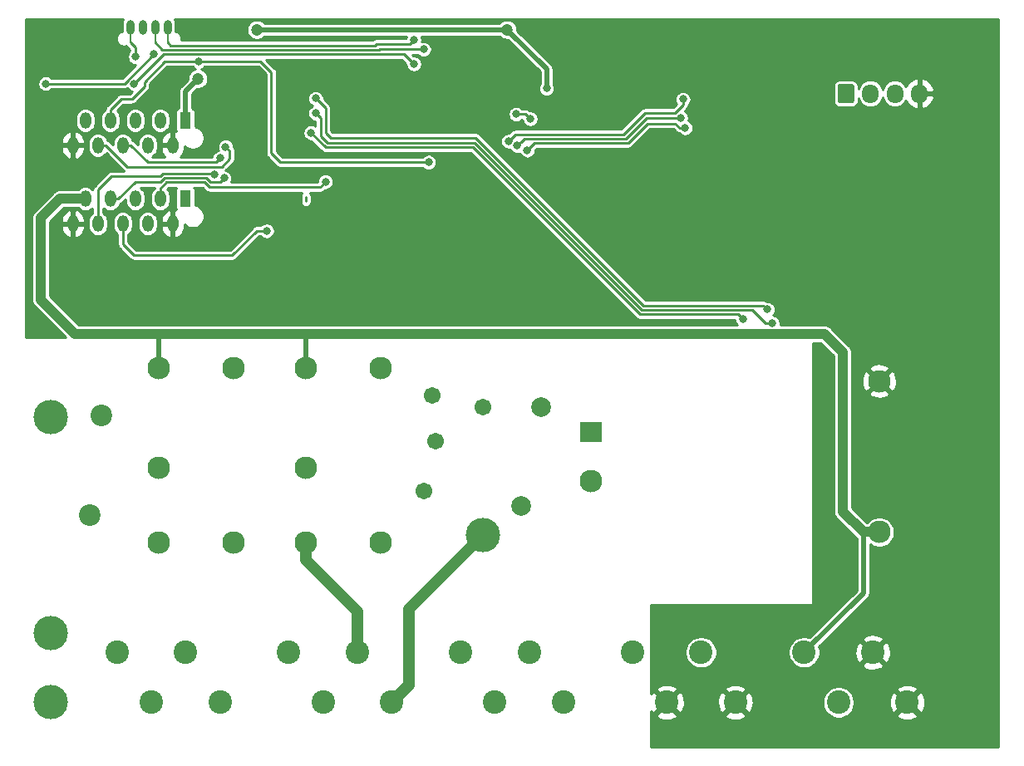
<source format=gbr>
G04 #@! TF.GenerationSoftware,KiCad,Pcbnew,5.1.4+dfsg1-1*
G04 #@! TF.CreationDate,2020-01-26T17:09:30+03:00*
G04 #@! TF.ProjectId,smart-roller-gate-controller,736d6172-742d-4726-9f6c-6c65722d6761,rev?*
G04 #@! TF.SameCoordinates,Original*
G04 #@! TF.FileFunction,Copper,L2,Bot*
G04 #@! TF.FilePolarity,Positive*
%FSLAX46Y46*%
G04 Gerber Fmt 4.6, Leading zero omitted, Abs format (unit mm)*
G04 Created by KiCad (PCBNEW 5.1.4+dfsg1-1) date 2020-01-26 17:09:30*
%MOMM*%
%LPD*%
G04 APERTURE LIST*
%ADD10C,2.300000*%
%ADD11R,2.300000X2.000000*%
%ADD12O,0.800000X1.500000*%
%ADD13R,1.120000X1.700000*%
%ADD14O,1.120000X1.700000*%
%ADD15C,0.100000*%
%ADD16C,1.700000*%
%ADD17O,1.700000X1.950000*%
%ADD18C,2.200000*%
%ADD19C,1.710000*%
%ADD20C,2.000000*%
%ADD21C,2.400000*%
%ADD22C,3.500120*%
%ADD23C,0.800000*%
%ADD24C,1.200000*%
%ADD25C,0.250000*%
%ADD26C,0.500000*%
%ADD27C,1.000000*%
%ADD28C,0.150000*%
%ADD29C,1.200000*%
%ADD30C,0.254000*%
G04 APERTURE END LIST*
D10*
X114000000Y-136000000D03*
X121620000Y-136000000D03*
X114000000Y-146160000D03*
X114000000Y-153780000D03*
X121620000Y-153780000D03*
X136620000Y-153780000D03*
X129000000Y-153780000D03*
X129000000Y-146160000D03*
X136620000Y-136000000D03*
X129000000Y-136000000D03*
X187400000Y-137300000D03*
D11*
X158000000Y-142500000D03*
D10*
X158000000Y-147500000D03*
X187400000Y-152700000D03*
D12*
X114905000Y-101250000D03*
X113635000Y-101250000D03*
X112365000Y-101250000D03*
X111095000Y-101250000D03*
D13*
X116715000Y-110730000D03*
D14*
X115445000Y-113270000D03*
X114175000Y-110730000D03*
X112905000Y-113270000D03*
X111635000Y-110730000D03*
X110365000Y-113270000D03*
X109095000Y-110730000D03*
X107825000Y-113270000D03*
X106555000Y-110730000D03*
X105285000Y-113270000D03*
X105285000Y-121270000D03*
X106555000Y-118730000D03*
X107825000Y-121270000D03*
X109095000Y-118730000D03*
X110365000Y-121270000D03*
X111635000Y-118730000D03*
X112905000Y-121270000D03*
X114175000Y-118730000D03*
X115445000Y-121270000D03*
D13*
X116715000Y-118730000D03*
D15*
G36*
X184624504Y-107026204D02*
G01*
X184648773Y-107029804D01*
X184672571Y-107035765D01*
X184695671Y-107044030D01*
X184717849Y-107054520D01*
X184738893Y-107067133D01*
X184758598Y-107081747D01*
X184776777Y-107098223D01*
X184793253Y-107116402D01*
X184807867Y-107136107D01*
X184820480Y-107157151D01*
X184830970Y-107179329D01*
X184839235Y-107202429D01*
X184845196Y-107226227D01*
X184848796Y-107250496D01*
X184850000Y-107275000D01*
X184850000Y-108725000D01*
X184848796Y-108749504D01*
X184845196Y-108773773D01*
X184839235Y-108797571D01*
X184830970Y-108820671D01*
X184820480Y-108842849D01*
X184807867Y-108863893D01*
X184793253Y-108883598D01*
X184776777Y-108901777D01*
X184758598Y-108918253D01*
X184738893Y-108932867D01*
X184717849Y-108945480D01*
X184695671Y-108955970D01*
X184672571Y-108964235D01*
X184648773Y-108970196D01*
X184624504Y-108973796D01*
X184600000Y-108975000D01*
X183400000Y-108975000D01*
X183375496Y-108973796D01*
X183351227Y-108970196D01*
X183327429Y-108964235D01*
X183304329Y-108955970D01*
X183282151Y-108945480D01*
X183261107Y-108932867D01*
X183241402Y-108918253D01*
X183223223Y-108901777D01*
X183206747Y-108883598D01*
X183192133Y-108863893D01*
X183179520Y-108842849D01*
X183169030Y-108820671D01*
X183160765Y-108797571D01*
X183154804Y-108773773D01*
X183151204Y-108749504D01*
X183150000Y-108725000D01*
X183150000Y-107275000D01*
X183151204Y-107250496D01*
X183154804Y-107226227D01*
X183160765Y-107202429D01*
X183169030Y-107179329D01*
X183179520Y-107157151D01*
X183192133Y-107136107D01*
X183206747Y-107116402D01*
X183223223Y-107098223D01*
X183241402Y-107081747D01*
X183261107Y-107067133D01*
X183282151Y-107054520D01*
X183304329Y-107044030D01*
X183327429Y-107035765D01*
X183351227Y-107029804D01*
X183375496Y-107026204D01*
X183400000Y-107025000D01*
X184600000Y-107025000D01*
X184624504Y-107026204D01*
X184624504Y-107026204D01*
G37*
D16*
X184000000Y-108000000D03*
D17*
X186500000Y-108000000D03*
X189000000Y-108000000D03*
X191500000Y-108000000D03*
D18*
X107000000Y-151000000D03*
X108200000Y-140800000D03*
D19*
X141000000Y-148500000D03*
X142200000Y-143400000D03*
X141900000Y-138800000D03*
X147000000Y-140000000D03*
D20*
X153000000Y-140000000D03*
X150900000Y-150000000D03*
D21*
X179750000Y-164950000D03*
X183250000Y-170050000D03*
X186750000Y-164950000D03*
X190250000Y-170050000D03*
X120250000Y-170050000D03*
X116750000Y-164950000D03*
X113250000Y-170050000D03*
X109750000Y-164950000D03*
X137750000Y-170050000D03*
X134250000Y-164950000D03*
X130750000Y-170050000D03*
X127250000Y-164950000D03*
X155250000Y-170050000D03*
X151750000Y-164950000D03*
X148250000Y-170050000D03*
X144750000Y-164950000D03*
X162250000Y-164950000D03*
X165750000Y-170050000D03*
X169250000Y-164950000D03*
X172750000Y-170050000D03*
D22*
X103000000Y-163000000D03*
X103000000Y-170000000D03*
X103000000Y-141000000D03*
X147000000Y-153000000D03*
D23*
X155000000Y-106500000D03*
X146500000Y-102500000D03*
X122500000Y-101500000D03*
X123000000Y-106500000D03*
X140000000Y-108500000D03*
X173500000Y-105500000D03*
X193500000Y-112500000D03*
X184500000Y-121000000D03*
X132500000Y-129000000D03*
X117500000Y-129000000D03*
X130500000Y-122000000D03*
X121000000Y-119000000D03*
X108000000Y-116000000D03*
D24*
X149500000Y-101500000D03*
X124000000Y-101500000D03*
X118000000Y-106500000D03*
D23*
X153512660Y-107487340D03*
X167625032Y-111500000D03*
X151557543Y-113774990D03*
X167175021Y-110500000D03*
X150533998Y-113324981D03*
X149642767Y-112871405D03*
X167423022Y-108588806D03*
X151849572Y-110574161D03*
X150411127Y-110097172D03*
X111639990Y-104267587D03*
X130000000Y-108500000D03*
X176000000Y-130000000D03*
X130000000Y-110000000D03*
X176500000Y-131399990D03*
X120824981Y-113431305D03*
X129500000Y-112000000D03*
X173500000Y-131000000D03*
X120255012Y-114583257D03*
X120669795Y-116630654D03*
X119689789Y-116283573D03*
X125000000Y-122000000D03*
X131000000Y-117000000D03*
X102500000Y-107000000D03*
X113500000Y-104000000D03*
X141500000Y-115000000D03*
X118075048Y-104725010D03*
X140000000Y-102500000D03*
X141000000Y-103500000D03*
X140000000Y-105000000D03*
X111512660Y-107012660D03*
D25*
X129000000Y-119000000D02*
X129000000Y-118500000D01*
X191500000Y-109225000D02*
X193500000Y-111225000D01*
X191500000Y-108000000D02*
X191500000Y-109225000D01*
X193500000Y-111225000D02*
X193500000Y-112500000D01*
D26*
X129000000Y-132500000D02*
X129000000Y-136000000D01*
D27*
X129000000Y-132500000D02*
X114000000Y-132500000D01*
D26*
X114000000Y-132500000D02*
X114000000Y-136000000D01*
D27*
X103956812Y-118730000D02*
X105495000Y-118730000D01*
X102000000Y-120686812D02*
X103956812Y-118730000D01*
X105495000Y-118730000D02*
X106555000Y-118730000D01*
X105500000Y-132500000D02*
X102000000Y-129000000D01*
X114000000Y-132500000D02*
X105500000Y-132500000D01*
X102000000Y-129000000D02*
X102000000Y-120686812D01*
X181813188Y-132500000D02*
X164186812Y-132500000D01*
X164186812Y-132500000D02*
X129000000Y-132500000D01*
X183674991Y-150601336D02*
X183674991Y-134361803D01*
X183674991Y-134361803D02*
X181813188Y-132500000D01*
X185773655Y-152700000D02*
X183674991Y-150601336D01*
X185773655Y-152700000D02*
X187400000Y-152700000D01*
D26*
X179750000Y-164950000D02*
X185773655Y-158926345D01*
X185773655Y-153539533D02*
X185773655Y-152700000D01*
X185773655Y-158926345D02*
X185773655Y-153539533D01*
X149500000Y-101500000D02*
X124000000Y-101500000D01*
X118000000Y-106500000D02*
X116715000Y-107785000D01*
X116715000Y-109380000D02*
X116715000Y-110730000D01*
X116715000Y-107785000D02*
X116715000Y-109380000D01*
X149500000Y-101500000D02*
X153512660Y-105512660D01*
X153512660Y-105512660D02*
X153512660Y-106921655D01*
X153512660Y-106921655D02*
X153512660Y-107487340D01*
D25*
X167059347Y-111500000D02*
X166609338Y-111049991D01*
X151957542Y-113374991D02*
X151557543Y-113774990D01*
X166609338Y-111049991D02*
X163813599Y-111049991D01*
X163813599Y-111049991D02*
X161813601Y-113049989D01*
X152282544Y-113049989D02*
X151957542Y-113374991D01*
X161813601Y-113049989D02*
X152282544Y-113049989D01*
X167625032Y-111500000D02*
X167059347Y-111500000D01*
X150933997Y-112924982D02*
X150533998Y-113324981D01*
X161627201Y-112599978D02*
X151259001Y-112599978D01*
X163727179Y-110500000D02*
X161627201Y-112599978D01*
X167175021Y-110500000D02*
X163727179Y-110500000D01*
X151259001Y-112599978D02*
X150933997Y-112924982D01*
X163549991Y-109950009D02*
X166627504Y-109950009D01*
X166627504Y-109950009D02*
X167423022Y-109154491D01*
X161350033Y-112149967D02*
X163549991Y-109950009D01*
X167423022Y-109154491D02*
X167423022Y-108588806D01*
X150364205Y-112149967D02*
X161350033Y-112149967D01*
X149642767Y-112871405D02*
X150364205Y-112149967D01*
X150411127Y-110097172D02*
X151372583Y-110097172D01*
X151449573Y-110174162D02*
X151849572Y-110574161D01*
X151372583Y-110097172D02*
X151449573Y-110174162D01*
D28*
X111095000Y-101250000D02*
X111100000Y-102800000D01*
D25*
X111100000Y-102800000D02*
X111639990Y-103339990D01*
X111639990Y-103339990D02*
X111639990Y-103701902D01*
X111639990Y-103701902D02*
X111639990Y-104267587D01*
X175599978Y-129599978D02*
X175600001Y-129600001D01*
X163372799Y-129599978D02*
X175599978Y-129599978D01*
X131500000Y-112500000D02*
X146272821Y-112500000D01*
X175600001Y-129600001D02*
X176000000Y-130000000D01*
X146272821Y-112500000D02*
X163372799Y-129599978D01*
X131000000Y-109500000D02*
X131000000Y-112000000D01*
X130000000Y-108500000D02*
X131000000Y-109500000D01*
X131000000Y-112000000D02*
X131500000Y-112500000D01*
X130500000Y-112363590D02*
X131186399Y-113049989D01*
X175934315Y-131399990D02*
X176500000Y-131399990D01*
X174484304Y-130049989D02*
X175834305Y-131399990D01*
X130000000Y-110000000D02*
X130500000Y-110500000D01*
X146186400Y-113049989D02*
X163186400Y-130049989D01*
X130500000Y-110500000D02*
X130500000Y-112363590D01*
X131186399Y-113049989D02*
X146186400Y-113049989D01*
X175834305Y-131399990D02*
X175934315Y-131399990D01*
X163186400Y-130049989D02*
X174484304Y-130049989D01*
X121224980Y-113831304D02*
X120824981Y-113431305D01*
X120413578Y-115450011D02*
X121224980Y-114638609D01*
X121224980Y-114638609D02*
X121224980Y-113831304D01*
X108635000Y-113270000D02*
X110815011Y-115450011D01*
X110815011Y-115450011D02*
X120413578Y-115450011D01*
X107825000Y-113270000D02*
X108635000Y-113270000D01*
X129500000Y-112000000D02*
X131000000Y-113500000D01*
X131000000Y-113500000D02*
X146000000Y-113500000D01*
X146000000Y-113500000D02*
X163000000Y-130500000D01*
X163000000Y-130500000D02*
X173000000Y-130500000D01*
X173000000Y-130500000D02*
X173500000Y-131000000D01*
X119838269Y-115000000D02*
X119855013Y-114983256D01*
X110365000Y-113270000D02*
X111175000Y-113270000D01*
X119855013Y-114983256D02*
X120255012Y-114583257D01*
X112905000Y-115000000D02*
X119838269Y-115000000D01*
X111175000Y-113270000D02*
X112905000Y-115000000D01*
X120269796Y-117030653D02*
X120669795Y-116630654D01*
X119303474Y-117030653D02*
X120269796Y-117030653D01*
X114627200Y-116599978D02*
X118872800Y-116599978D01*
X118872800Y-116599978D02*
X119303474Y-117030653D01*
X114196525Y-117030653D02*
X114627200Y-116599978D01*
X109095000Y-118730000D02*
X109905000Y-118730000D01*
X111604347Y-117030653D02*
X114196525Y-117030653D01*
X109905000Y-118730000D02*
X111604347Y-117030653D01*
X114140757Y-116450011D02*
X114440799Y-116149969D01*
X109186400Y-116450011D02*
X114140757Y-116450011D01*
X107825000Y-117811411D02*
X109186400Y-116450011D01*
X114440799Y-116149969D02*
X119556185Y-116149969D01*
X107825000Y-121270000D02*
X107825000Y-117811411D01*
X119556185Y-116149969D02*
X119689789Y-116283573D01*
X110365000Y-123365000D02*
X110365000Y-121270000D01*
X111500000Y-124500000D02*
X110365000Y-123365000D01*
X125000000Y-122000000D02*
X124000000Y-122000000D01*
X121500000Y-124500000D02*
X111500000Y-124500000D01*
X124000000Y-122000000D02*
X121500000Y-124500000D01*
X114813600Y-117049989D02*
X114175000Y-117688589D01*
X131000000Y-117000000D02*
X130450011Y-117549989D01*
X130450011Y-117549989D02*
X119186399Y-117549989D01*
X119186399Y-117549989D02*
X118686400Y-117049989D01*
X114175000Y-117688589D02*
X114175000Y-118730000D01*
X118686400Y-117049989D02*
X114813600Y-117049989D01*
X110500000Y-107000000D02*
X102500000Y-107000000D01*
X113500000Y-104000000D02*
X110500000Y-107000000D01*
X109095000Y-109630000D02*
X110175011Y-108549989D01*
X110175011Y-108549989D02*
X111313601Y-108549989D01*
X114638579Y-104725010D02*
X117509363Y-104725010D01*
X111313601Y-108549989D02*
X112549989Y-107313601D01*
X112549989Y-106813600D02*
X114638579Y-104725010D01*
X109095000Y-110730000D02*
X109095000Y-109630000D01*
X117509363Y-104725010D02*
X118075048Y-104725010D01*
X112549989Y-107313601D02*
X112549989Y-106813600D01*
X141500000Y-115000000D02*
X126363589Y-115000000D01*
X118640733Y-104725010D02*
X118075048Y-104725010D01*
X126363589Y-115000000D02*
X125450009Y-114086420D01*
X124361420Y-104725010D02*
X118640733Y-104725010D01*
X125450009Y-105813599D02*
X124361420Y-104725010D01*
X125450009Y-114086420D02*
X125450009Y-105813599D01*
D28*
X114905000Y-101250000D02*
X114905000Y-102800000D01*
D25*
X140000000Y-102500000D02*
X139549991Y-102950009D01*
X136036432Y-103099978D02*
X115204978Y-103099978D01*
X139549991Y-102950009D02*
X136186401Y-102950009D01*
X136186401Y-102950009D02*
X136036432Y-103099978D01*
X115204978Y-103099978D02*
X114905000Y-102800000D01*
D28*
X113635000Y-101250000D02*
X113635000Y-102800000D01*
D25*
X114384989Y-103549989D02*
X113635000Y-102800000D01*
X136450011Y-103549989D02*
X114384989Y-103549989D01*
X136500000Y-103500000D02*
X136450011Y-103549989D01*
X141000000Y-103500000D02*
X136500000Y-103500000D01*
X140000000Y-105000000D02*
X139000000Y-104000000D01*
X139000000Y-104000000D02*
X114525320Y-104000000D01*
X111912659Y-106612661D02*
X111512660Y-107012660D01*
X114525320Y-104000000D02*
X111912659Y-106612661D01*
D29*
X134250000Y-164950000D02*
X134250000Y-160750000D01*
X129000000Y-155500000D02*
X129000000Y-153780000D01*
X134250000Y-160750000D02*
X129000000Y-155500000D01*
X137750000Y-170050000D02*
X139500000Y-168300000D01*
X139500000Y-160500000D02*
X147000000Y-153000000D01*
X139500000Y-168300000D02*
X139500000Y-160500000D01*
D30*
G36*
X199548001Y-174548000D02*
G01*
X164127000Y-174548000D01*
X164127000Y-171327980D01*
X164651626Y-171327980D01*
X164771514Y-171612836D01*
X165095210Y-171773699D01*
X165444069Y-171868322D01*
X165804684Y-171893067D01*
X166163198Y-171846985D01*
X166505833Y-171731846D01*
X166728486Y-171612836D01*
X166848374Y-171327980D01*
X171651626Y-171327980D01*
X171771514Y-171612836D01*
X172095210Y-171773699D01*
X172444069Y-171868322D01*
X172804684Y-171893067D01*
X173163198Y-171846985D01*
X173505833Y-171731846D01*
X173728486Y-171612836D01*
X173848374Y-171327980D01*
X172750000Y-170229605D01*
X171651626Y-171327980D01*
X166848374Y-171327980D01*
X165750000Y-170229605D01*
X164651626Y-171327980D01*
X164127000Y-171327980D01*
X164127000Y-170915927D01*
X164187164Y-171028486D01*
X164472020Y-171148374D01*
X165570395Y-170050000D01*
X165929605Y-170050000D01*
X167027980Y-171148374D01*
X167312836Y-171028486D01*
X167473699Y-170704790D01*
X167568322Y-170355931D01*
X167585562Y-170104684D01*
X170906933Y-170104684D01*
X170953015Y-170463198D01*
X171068154Y-170805833D01*
X171187164Y-171028486D01*
X171472020Y-171148374D01*
X172570395Y-170050000D01*
X172929605Y-170050000D01*
X174027980Y-171148374D01*
X174312836Y-171028486D01*
X174473699Y-170704790D01*
X174568322Y-170355931D01*
X174593067Y-169995316D01*
X174579499Y-169889755D01*
X181623000Y-169889755D01*
X181623000Y-170210245D01*
X181685525Y-170524578D01*
X181808172Y-170820673D01*
X181986227Y-171087152D01*
X182212848Y-171313773D01*
X182479327Y-171491828D01*
X182775422Y-171614475D01*
X183089755Y-171677000D01*
X183410245Y-171677000D01*
X183724578Y-171614475D01*
X184020673Y-171491828D01*
X184265889Y-171327980D01*
X189151626Y-171327980D01*
X189271514Y-171612836D01*
X189595210Y-171773699D01*
X189944069Y-171868322D01*
X190304684Y-171893067D01*
X190663198Y-171846985D01*
X191005833Y-171731846D01*
X191228486Y-171612836D01*
X191348374Y-171327980D01*
X190250000Y-170229605D01*
X189151626Y-171327980D01*
X184265889Y-171327980D01*
X184287152Y-171313773D01*
X184513773Y-171087152D01*
X184691828Y-170820673D01*
X184814475Y-170524578D01*
X184877000Y-170210245D01*
X184877000Y-170104684D01*
X188406933Y-170104684D01*
X188453015Y-170463198D01*
X188568154Y-170805833D01*
X188687164Y-171028486D01*
X188972020Y-171148374D01*
X190070395Y-170050000D01*
X190429605Y-170050000D01*
X191527980Y-171148374D01*
X191812836Y-171028486D01*
X191973699Y-170704790D01*
X192068322Y-170355931D01*
X192093067Y-169995316D01*
X192046985Y-169636802D01*
X191931846Y-169294167D01*
X191812836Y-169071514D01*
X191527980Y-168951626D01*
X190429605Y-170050000D01*
X190070395Y-170050000D01*
X188972020Y-168951626D01*
X188687164Y-169071514D01*
X188526301Y-169395210D01*
X188431678Y-169744069D01*
X188406933Y-170104684D01*
X184877000Y-170104684D01*
X184877000Y-169889755D01*
X184814475Y-169575422D01*
X184691828Y-169279327D01*
X184513773Y-169012848D01*
X184287152Y-168786227D01*
X184265890Y-168772020D01*
X189151626Y-168772020D01*
X190250000Y-169870395D01*
X191348374Y-168772020D01*
X191228486Y-168487164D01*
X190904790Y-168326301D01*
X190555931Y-168231678D01*
X190195316Y-168206933D01*
X189836802Y-168253015D01*
X189494167Y-168368154D01*
X189271514Y-168487164D01*
X189151626Y-168772020D01*
X184265890Y-168772020D01*
X184020673Y-168608172D01*
X183724578Y-168485525D01*
X183410245Y-168423000D01*
X183089755Y-168423000D01*
X182775422Y-168485525D01*
X182479327Y-168608172D01*
X182212848Y-168786227D01*
X181986227Y-169012848D01*
X181808172Y-169279327D01*
X181685525Y-169575422D01*
X181623000Y-169889755D01*
X174579499Y-169889755D01*
X174546985Y-169636802D01*
X174431846Y-169294167D01*
X174312836Y-169071514D01*
X174027980Y-168951626D01*
X172929605Y-170050000D01*
X172570395Y-170050000D01*
X171472020Y-168951626D01*
X171187164Y-169071514D01*
X171026301Y-169395210D01*
X170931678Y-169744069D01*
X170906933Y-170104684D01*
X167585562Y-170104684D01*
X167593067Y-169995316D01*
X167546985Y-169636802D01*
X167431846Y-169294167D01*
X167312836Y-169071514D01*
X167027980Y-168951626D01*
X165929605Y-170050000D01*
X165570395Y-170050000D01*
X164472020Y-168951626D01*
X164187164Y-169071514D01*
X164127000Y-169192579D01*
X164127000Y-168772020D01*
X164651626Y-168772020D01*
X165750000Y-169870395D01*
X166848374Y-168772020D01*
X171651626Y-168772020D01*
X172750000Y-169870395D01*
X173848374Y-168772020D01*
X173728486Y-168487164D01*
X173404790Y-168326301D01*
X173055931Y-168231678D01*
X172695316Y-168206933D01*
X172336802Y-168253015D01*
X171994167Y-168368154D01*
X171771514Y-168487164D01*
X171651626Y-168772020D01*
X166848374Y-168772020D01*
X166728486Y-168487164D01*
X166404790Y-168326301D01*
X166055931Y-168231678D01*
X165695316Y-168206933D01*
X165336802Y-168253015D01*
X164994167Y-168368154D01*
X164771514Y-168487164D01*
X164651626Y-168772020D01*
X164127000Y-168772020D01*
X164127000Y-164789755D01*
X167623000Y-164789755D01*
X167623000Y-165110245D01*
X167685525Y-165424578D01*
X167808172Y-165720673D01*
X167986227Y-165987152D01*
X168212848Y-166213773D01*
X168479327Y-166391828D01*
X168775422Y-166514475D01*
X169089755Y-166577000D01*
X169410245Y-166577000D01*
X169724578Y-166514475D01*
X170020673Y-166391828D01*
X170287152Y-166213773D01*
X170513773Y-165987152D01*
X170691828Y-165720673D01*
X170814475Y-165424578D01*
X170877000Y-165110245D01*
X170877000Y-164789755D01*
X170814475Y-164475422D01*
X170691828Y-164179327D01*
X170513773Y-163912848D01*
X170287152Y-163686227D01*
X170020673Y-163508172D01*
X169724578Y-163385525D01*
X169410245Y-163323000D01*
X169089755Y-163323000D01*
X168775422Y-163385525D01*
X168479327Y-163508172D01*
X168212848Y-163686227D01*
X167986227Y-163912848D01*
X167808172Y-164179327D01*
X167685525Y-164475422D01*
X167623000Y-164789755D01*
X164127000Y-164789755D01*
X164127000Y-160127000D01*
X180500000Y-160127000D01*
X180524776Y-160124560D01*
X180548601Y-160117333D01*
X180570557Y-160105597D01*
X180589803Y-160089803D01*
X180605597Y-160070557D01*
X180617333Y-160048601D01*
X180624560Y-160024776D01*
X180627000Y-160000000D01*
X180627000Y-133427000D01*
X181429213Y-133427000D01*
X182747992Y-134745780D01*
X182747991Y-150555809D01*
X182743507Y-150601336D01*
X182747991Y-150646863D01*
X182747991Y-150646873D01*
X182761404Y-150783059D01*
X182800552Y-150912112D01*
X182814411Y-150957799D01*
X182900490Y-151118841D01*
X182953640Y-151183604D01*
X183016332Y-151259995D01*
X183051704Y-151289024D01*
X185085971Y-153323292D01*
X185096655Y-153336310D01*
X185096655Y-153572784D01*
X185096656Y-153572794D01*
X185096655Y-158645922D01*
X180318252Y-163424326D01*
X180224578Y-163385525D01*
X179910245Y-163323000D01*
X179589755Y-163323000D01*
X179275422Y-163385525D01*
X178979327Y-163508172D01*
X178712848Y-163686227D01*
X178486227Y-163912848D01*
X178308172Y-164179327D01*
X178185525Y-164475422D01*
X178123000Y-164789755D01*
X178123000Y-165110245D01*
X178185525Y-165424578D01*
X178308172Y-165720673D01*
X178486227Y-165987152D01*
X178712848Y-166213773D01*
X178979327Y-166391828D01*
X179275422Y-166514475D01*
X179589755Y-166577000D01*
X179910245Y-166577000D01*
X180224578Y-166514475D01*
X180520673Y-166391828D01*
X180765889Y-166227980D01*
X185651626Y-166227980D01*
X185771514Y-166512836D01*
X186095210Y-166673699D01*
X186444069Y-166768322D01*
X186804684Y-166793067D01*
X187163198Y-166746985D01*
X187505833Y-166631846D01*
X187728486Y-166512836D01*
X187848374Y-166227980D01*
X186750000Y-165129605D01*
X185651626Y-166227980D01*
X180765889Y-166227980D01*
X180787152Y-166213773D01*
X181013773Y-165987152D01*
X181191828Y-165720673D01*
X181314475Y-165424578D01*
X181377000Y-165110245D01*
X181377000Y-165004684D01*
X184906933Y-165004684D01*
X184953015Y-165363198D01*
X185068154Y-165705833D01*
X185187164Y-165928486D01*
X185472020Y-166048374D01*
X186570395Y-164950000D01*
X186929605Y-164950000D01*
X188027980Y-166048374D01*
X188312836Y-165928486D01*
X188473699Y-165604790D01*
X188568322Y-165255931D01*
X188593067Y-164895316D01*
X188546985Y-164536802D01*
X188431846Y-164194167D01*
X188312836Y-163971514D01*
X188027980Y-163851626D01*
X186929605Y-164950000D01*
X186570395Y-164950000D01*
X185472020Y-163851626D01*
X185187164Y-163971514D01*
X185026301Y-164295210D01*
X184931678Y-164644069D01*
X184906933Y-165004684D01*
X181377000Y-165004684D01*
X181377000Y-164789755D01*
X181314475Y-164475422D01*
X181275674Y-164381748D01*
X181985402Y-163672020D01*
X185651626Y-163672020D01*
X186750000Y-164770395D01*
X187848374Y-163672020D01*
X187728486Y-163387164D01*
X187404790Y-163226301D01*
X187055931Y-163131678D01*
X186695316Y-163106933D01*
X186336802Y-163153015D01*
X185994167Y-163268154D01*
X185771514Y-163387164D01*
X185651626Y-163672020D01*
X181985402Y-163672020D01*
X186228861Y-159428562D01*
X186254681Y-159407372D01*
X186275873Y-159381550D01*
X186275879Y-159381544D01*
X186339283Y-159304286D01*
X186402147Y-159186675D01*
X186440859Y-159059060D01*
X186453930Y-158926345D01*
X186450655Y-158893093D01*
X186450655Y-153962310D01*
X186653011Y-154097519D01*
X186940006Y-154216396D01*
X187244679Y-154277000D01*
X187555321Y-154277000D01*
X187859994Y-154216396D01*
X188146989Y-154097519D01*
X188405279Y-153924936D01*
X188624936Y-153705279D01*
X188797519Y-153446989D01*
X188916396Y-153159994D01*
X188977000Y-152855321D01*
X188977000Y-152544679D01*
X188916396Y-152240006D01*
X188797519Y-151953011D01*
X188624936Y-151694721D01*
X188405279Y-151475064D01*
X188146989Y-151302481D01*
X187859994Y-151183604D01*
X187555321Y-151123000D01*
X187244679Y-151123000D01*
X186940006Y-151183604D01*
X186653011Y-151302481D01*
X186394721Y-151475064D01*
X186175064Y-151694721D01*
X186136727Y-151752096D01*
X184601991Y-150217361D01*
X184601991Y-138542349D01*
X186337256Y-138542349D01*
X186451118Y-138822090D01*
X186766296Y-138977961D01*
X187105826Y-139069349D01*
X187456661Y-139092741D01*
X187805319Y-139047240D01*
X188138400Y-138934594D01*
X188348882Y-138822090D01*
X188462744Y-138542349D01*
X187400000Y-137479605D01*
X186337256Y-138542349D01*
X184601991Y-138542349D01*
X184601991Y-137356661D01*
X185607259Y-137356661D01*
X185652760Y-137705319D01*
X185765406Y-138038400D01*
X185877910Y-138248882D01*
X186157651Y-138362744D01*
X187220395Y-137300000D01*
X187579605Y-137300000D01*
X188642349Y-138362744D01*
X188922090Y-138248882D01*
X189077961Y-137933704D01*
X189169349Y-137594174D01*
X189192741Y-137243339D01*
X189147240Y-136894681D01*
X189034594Y-136561600D01*
X188922090Y-136351118D01*
X188642349Y-136237256D01*
X187579605Y-137300000D01*
X187220395Y-137300000D01*
X186157651Y-136237256D01*
X185877910Y-136351118D01*
X185722039Y-136666296D01*
X185630651Y-137005826D01*
X185607259Y-137356661D01*
X184601991Y-137356661D01*
X184601991Y-136057651D01*
X186337256Y-136057651D01*
X187400000Y-137120395D01*
X188462744Y-136057651D01*
X188348882Y-135777910D01*
X188033704Y-135622039D01*
X187694174Y-135530651D01*
X187343339Y-135507259D01*
X186994681Y-135552760D01*
X186661600Y-135665406D01*
X186451118Y-135777910D01*
X186337256Y-136057651D01*
X184601991Y-136057651D01*
X184601991Y-134407329D01*
X184606475Y-134361802D01*
X184601991Y-134316275D01*
X184601991Y-134316265D01*
X184588578Y-134180079D01*
X184535571Y-134005339D01*
X184449492Y-133844297D01*
X184362679Y-133738515D01*
X184362675Y-133738511D01*
X184333650Y-133703144D01*
X184298283Y-133674119D01*
X182500874Y-131876711D01*
X182471847Y-131841341D01*
X182330693Y-131725499D01*
X182169652Y-131639420D01*
X181994912Y-131586413D01*
X181858726Y-131573000D01*
X181858715Y-131573000D01*
X181813188Y-131568516D01*
X181767661Y-131573000D01*
X177308788Y-131573000D01*
X177327000Y-131481442D01*
X177327000Y-131318538D01*
X177295218Y-131158763D01*
X177232877Y-131008259D01*
X177142372Y-130872809D01*
X177027181Y-130757618D01*
X176891731Y-130667113D01*
X176741227Y-130604772D01*
X176594056Y-130575497D01*
X176642372Y-130527181D01*
X176732877Y-130391731D01*
X176795218Y-130241227D01*
X176827000Y-130081452D01*
X176827000Y-129918548D01*
X176795218Y-129758773D01*
X176732877Y-129608269D01*
X176642372Y-129472819D01*
X176527181Y-129357628D01*
X176391731Y-129267123D01*
X176241227Y-129204782D01*
X176081452Y-129173000D01*
X175949825Y-129173000D01*
X175908136Y-129138787D01*
X175812241Y-129087530D01*
X175708189Y-129055966D01*
X175627087Y-129047978D01*
X175627084Y-129047978D01*
X175599978Y-129045308D01*
X175572872Y-129047978D01*
X163601445Y-129047978D01*
X147343419Y-112789953D01*
X148815767Y-112789953D01*
X148815767Y-112952857D01*
X148847549Y-113112632D01*
X148909890Y-113263136D01*
X149000395Y-113398586D01*
X149115586Y-113513777D01*
X149251036Y-113604282D01*
X149401540Y-113666623D01*
X149561315Y-113698405D01*
X149724219Y-113698405D01*
X149788261Y-113685666D01*
X149801121Y-113716712D01*
X149891626Y-113852162D01*
X150006817Y-113967353D01*
X150142267Y-114057858D01*
X150292771Y-114120199D01*
X150452546Y-114151981D01*
X150615450Y-114151981D01*
X150775225Y-114120199D01*
X150800977Y-114109532D01*
X150824666Y-114166721D01*
X150915171Y-114302171D01*
X151030362Y-114417362D01*
X151165812Y-114507867D01*
X151316316Y-114570208D01*
X151476091Y-114601990D01*
X151638995Y-114601990D01*
X151798770Y-114570208D01*
X151949274Y-114507867D01*
X152084724Y-114417362D01*
X152199915Y-114302171D01*
X152290420Y-114166721D01*
X152352761Y-114016217D01*
X152384543Y-113856442D01*
X152384543Y-113728634D01*
X152511189Y-113601989D01*
X161786495Y-113601989D01*
X161813601Y-113604659D01*
X161840707Y-113601989D01*
X161840710Y-113601989D01*
X161921812Y-113594001D01*
X162025864Y-113562437D01*
X162121759Y-113511180D01*
X162205812Y-113442200D01*
X162223101Y-113421133D01*
X164042245Y-111601991D01*
X166380693Y-111601991D01*
X166649855Y-111871154D01*
X166667136Y-111892211D01*
X166688192Y-111909491D01*
X166688193Y-111909492D01*
X166751189Y-111961191D01*
X166847084Y-112012448D01*
X166951136Y-112044012D01*
X167004774Y-112049295D01*
X167097851Y-112142372D01*
X167233301Y-112232877D01*
X167383805Y-112295218D01*
X167543580Y-112327000D01*
X167706484Y-112327000D01*
X167866259Y-112295218D01*
X168016763Y-112232877D01*
X168152213Y-112142372D01*
X168267404Y-112027181D01*
X168357909Y-111891731D01*
X168420250Y-111741227D01*
X168452032Y-111581452D01*
X168452032Y-111418548D01*
X168420250Y-111258773D01*
X168357909Y-111108269D01*
X168267404Y-110972819D01*
X168152213Y-110857628D01*
X168016763Y-110767123D01*
X167967897Y-110746882D01*
X167970239Y-110741227D01*
X168002021Y-110581452D01*
X168002021Y-110418548D01*
X167970239Y-110258773D01*
X167907898Y-110108269D01*
X167817393Y-109972819D01*
X167702202Y-109857628D01*
X167581309Y-109776850D01*
X167794176Y-109563983D01*
X167815233Y-109546702D01*
X167863776Y-109487552D01*
X167884213Y-109462650D01*
X167922088Y-109391789D01*
X167935470Y-109366754D01*
X167967034Y-109262702D01*
X167972317Y-109209064D01*
X168065394Y-109115987D01*
X168155899Y-108980537D01*
X168218240Y-108830033D01*
X168250022Y-108670258D01*
X168250022Y-108507354D01*
X168218240Y-108347579D01*
X168155899Y-108197075D01*
X168065394Y-108061625D01*
X167950203Y-107946434D01*
X167814753Y-107855929D01*
X167664249Y-107793588D01*
X167504474Y-107761806D01*
X167341570Y-107761806D01*
X167181795Y-107793588D01*
X167031291Y-107855929D01*
X166895841Y-107946434D01*
X166780650Y-108061625D01*
X166690145Y-108197075D01*
X166627804Y-108347579D01*
X166596022Y-108507354D01*
X166596022Y-108670258D01*
X166627804Y-108830033D01*
X166690145Y-108980537D01*
X166740688Y-109056180D01*
X166398860Y-109398009D01*
X163577088Y-109398009D01*
X163549990Y-109395340D01*
X163522892Y-109398009D01*
X163522882Y-109398009D01*
X163441780Y-109405997D01*
X163337728Y-109437561D01*
X163241833Y-109488818D01*
X163157780Y-109557798D01*
X163140499Y-109578855D01*
X161121389Y-111597967D01*
X150391302Y-111597967D01*
X150364204Y-111595298D01*
X150337106Y-111597967D01*
X150337096Y-111597967D01*
X150255994Y-111605955D01*
X150151942Y-111637519D01*
X150107303Y-111661379D01*
X150056046Y-111688776D01*
X150016427Y-111721291D01*
X149971994Y-111757756D01*
X149954713Y-111778813D01*
X149689122Y-112044405D01*
X149561315Y-112044405D01*
X149401540Y-112076187D01*
X149251036Y-112138528D01*
X149115586Y-112229033D01*
X149000395Y-112344224D01*
X148909890Y-112479674D01*
X148847549Y-112630178D01*
X148815767Y-112789953D01*
X147343419Y-112789953D01*
X146682322Y-112128857D01*
X146665032Y-112107789D01*
X146580979Y-112038809D01*
X146485084Y-111987552D01*
X146381032Y-111955988D01*
X146299930Y-111948000D01*
X146299927Y-111948000D01*
X146272821Y-111945330D01*
X146245715Y-111948000D01*
X131728645Y-111948000D01*
X131552000Y-111771355D01*
X131552000Y-110015720D01*
X149584127Y-110015720D01*
X149584127Y-110178624D01*
X149615909Y-110338399D01*
X149678250Y-110488903D01*
X149768755Y-110624353D01*
X149883946Y-110739544D01*
X150019396Y-110830049D01*
X150169900Y-110892390D01*
X150329675Y-110924172D01*
X150492579Y-110924172D01*
X150652354Y-110892390D01*
X150802858Y-110830049D01*
X150938308Y-110739544D01*
X151022572Y-110655280D01*
X151022572Y-110655613D01*
X151054354Y-110815388D01*
X151116695Y-110965892D01*
X151207200Y-111101342D01*
X151322391Y-111216533D01*
X151457841Y-111307038D01*
X151608345Y-111369379D01*
X151768120Y-111401161D01*
X151931024Y-111401161D01*
X152090799Y-111369379D01*
X152241303Y-111307038D01*
X152376753Y-111216533D01*
X152491944Y-111101342D01*
X152582449Y-110965892D01*
X152644790Y-110815388D01*
X152676572Y-110655613D01*
X152676572Y-110492709D01*
X152644790Y-110332934D01*
X152582449Y-110182430D01*
X152491944Y-110046980D01*
X152376753Y-109931789D01*
X152241303Y-109841284D01*
X152090799Y-109778943D01*
X151931024Y-109747161D01*
X151803217Y-109747161D01*
X151782082Y-109726027D01*
X151764794Y-109704961D01*
X151680741Y-109635981D01*
X151584846Y-109584724D01*
X151480794Y-109553160D01*
X151399692Y-109545172D01*
X151399689Y-109545172D01*
X151372583Y-109542502D01*
X151345477Y-109545172D01*
X151028680Y-109545172D01*
X150938308Y-109454800D01*
X150802858Y-109364295D01*
X150652354Y-109301954D01*
X150492579Y-109270172D01*
X150329675Y-109270172D01*
X150169900Y-109301954D01*
X150019396Y-109364295D01*
X149883946Y-109454800D01*
X149768755Y-109569991D01*
X149678250Y-109705441D01*
X149615909Y-109855945D01*
X149584127Y-110015720D01*
X131552000Y-110015720D01*
X131552000Y-109527108D01*
X131554670Y-109500000D01*
X131544012Y-109391789D01*
X131512448Y-109287737D01*
X131461191Y-109191842D01*
X131409492Y-109128846D01*
X131409491Y-109128845D01*
X131392211Y-109107789D01*
X131371154Y-109090508D01*
X130827000Y-108546355D01*
X130827000Y-108418548D01*
X130795218Y-108258773D01*
X130732877Y-108108269D01*
X130642372Y-107972819D01*
X130527181Y-107857628D01*
X130391731Y-107767123D01*
X130241227Y-107704782D01*
X130081452Y-107673000D01*
X129918548Y-107673000D01*
X129758773Y-107704782D01*
X129608269Y-107767123D01*
X129472819Y-107857628D01*
X129357628Y-107972819D01*
X129267123Y-108108269D01*
X129204782Y-108258773D01*
X129173000Y-108418548D01*
X129173000Y-108581452D01*
X129204782Y-108741227D01*
X129267123Y-108891731D01*
X129357628Y-109027181D01*
X129472819Y-109142372D01*
X129608269Y-109232877D01*
X129649607Y-109250000D01*
X129608269Y-109267123D01*
X129472819Y-109357628D01*
X129357628Y-109472819D01*
X129267123Y-109608269D01*
X129204782Y-109758773D01*
X129173000Y-109918548D01*
X129173000Y-110081452D01*
X129204782Y-110241227D01*
X129267123Y-110391731D01*
X129357628Y-110527181D01*
X129472819Y-110642372D01*
X129608269Y-110732877D01*
X129758773Y-110795218D01*
X129918548Y-110827000D01*
X129948000Y-110827000D01*
X129948000Y-111304721D01*
X129891731Y-111267123D01*
X129741227Y-111204782D01*
X129581452Y-111173000D01*
X129418548Y-111173000D01*
X129258773Y-111204782D01*
X129108269Y-111267123D01*
X128972819Y-111357628D01*
X128857628Y-111472819D01*
X128767123Y-111608269D01*
X128704782Y-111758773D01*
X128673000Y-111918548D01*
X128673000Y-112081452D01*
X128704782Y-112241227D01*
X128767123Y-112391731D01*
X128857628Y-112527181D01*
X128972819Y-112642372D01*
X129108269Y-112732877D01*
X129258773Y-112795218D01*
X129418548Y-112827000D01*
X129546355Y-112827000D01*
X130590507Y-113871153D01*
X130607789Y-113892211D01*
X130628845Y-113909491D01*
X130691841Y-113961191D01*
X130703370Y-113967353D01*
X130787737Y-114012448D01*
X130891789Y-114044012D01*
X130972891Y-114052000D01*
X130972901Y-114052000D01*
X130999999Y-114054669D01*
X131027097Y-114052000D01*
X145771356Y-114052000D01*
X162590507Y-130871153D01*
X162607789Y-130892211D01*
X162628845Y-130909491D01*
X162628846Y-130909492D01*
X162691842Y-130961191D01*
X162787737Y-131012448D01*
X162891789Y-131044012D01*
X163000000Y-131054670D01*
X163027108Y-131052000D01*
X172673000Y-131052000D01*
X172673000Y-131081452D01*
X172704782Y-131241227D01*
X172767123Y-131391731D01*
X172857628Y-131527181D01*
X172903447Y-131573000D01*
X105883976Y-131573000D01*
X102927000Y-128616025D01*
X102927000Y-121397000D01*
X104090000Y-121397000D01*
X104090000Y-121687000D01*
X104137738Y-121917693D01*
X104229565Y-122134640D01*
X104361952Y-122329504D01*
X104529811Y-122494796D01*
X104726691Y-122624164D01*
X104945027Y-122712637D01*
X104973683Y-122713736D01*
X105158000Y-122588438D01*
X105158000Y-121397000D01*
X105412000Y-121397000D01*
X105412000Y-122588438D01*
X105596317Y-122713736D01*
X105624973Y-122712637D01*
X105843309Y-122624164D01*
X106040189Y-122494796D01*
X106208048Y-122329504D01*
X106340435Y-122134640D01*
X106432262Y-121917693D01*
X106480000Y-121687000D01*
X106480000Y-121397000D01*
X105412000Y-121397000D01*
X105158000Y-121397000D01*
X104090000Y-121397000D01*
X102927000Y-121397000D01*
X102927000Y-121070787D01*
X103144787Y-120853000D01*
X104090000Y-120853000D01*
X104090000Y-121143000D01*
X105158000Y-121143000D01*
X105158000Y-119951562D01*
X105412000Y-119951562D01*
X105412000Y-121143000D01*
X106480000Y-121143000D01*
X106480000Y-120853000D01*
X106432262Y-120622307D01*
X106340435Y-120405360D01*
X106208048Y-120210496D01*
X106040189Y-120045204D01*
X105843309Y-119915836D01*
X105624973Y-119827363D01*
X105596317Y-119826264D01*
X105412000Y-119951562D01*
X105158000Y-119951562D01*
X104973683Y-119826264D01*
X104945027Y-119827363D01*
X104726691Y-119915836D01*
X104529811Y-120045204D01*
X104361952Y-120210496D01*
X104229565Y-120405360D01*
X104137738Y-120622307D01*
X104090000Y-120853000D01*
X103144787Y-120853000D01*
X104340788Y-119657000D01*
X105800948Y-119657000D01*
X105853710Y-119721291D01*
X106004000Y-119844631D01*
X106175465Y-119936281D01*
X106361515Y-119992718D01*
X106555000Y-120011775D01*
X106748486Y-119992718D01*
X106934536Y-119936281D01*
X107106001Y-119844631D01*
X107256291Y-119721291D01*
X107273000Y-119700931D01*
X107273000Y-120156189D01*
X107123709Y-120278709D01*
X107000369Y-120428999D01*
X106908719Y-120600465D01*
X106852282Y-120786515D01*
X106838000Y-120931520D01*
X106838000Y-121608481D01*
X106852282Y-121753486D01*
X106908720Y-121939536D01*
X107000370Y-122111001D01*
X107123710Y-122261291D01*
X107274000Y-122384631D01*
X107445465Y-122476281D01*
X107631515Y-122532718D01*
X107825000Y-122551775D01*
X108018486Y-122532718D01*
X108204536Y-122476281D01*
X108376001Y-122384631D01*
X108526291Y-122261291D01*
X108649631Y-122111001D01*
X108741281Y-121939536D01*
X108797718Y-121753485D01*
X108812000Y-121608480D01*
X108812000Y-120931520D01*
X109378000Y-120931520D01*
X109378000Y-121608481D01*
X109392282Y-121753486D01*
X109448720Y-121939536D01*
X109540370Y-122111001D01*
X109663710Y-122261291D01*
X109813000Y-122383811D01*
X109813000Y-123337894D01*
X109810330Y-123365000D01*
X109813000Y-123392106D01*
X109813000Y-123392108D01*
X109820988Y-123473210D01*
X109852552Y-123577262D01*
X109903809Y-123673158D01*
X109972789Y-123757211D01*
X109993856Y-123774500D01*
X111090508Y-124871154D01*
X111107789Y-124892211D01*
X111128845Y-124909491D01*
X111191841Y-124961191D01*
X111243098Y-124988588D01*
X111287737Y-125012448D01*
X111391789Y-125044012D01*
X111472891Y-125052000D01*
X111472901Y-125052000D01*
X111499999Y-125054669D01*
X111527097Y-125052000D01*
X121472894Y-125052000D01*
X121500000Y-125054670D01*
X121527106Y-125052000D01*
X121527109Y-125052000D01*
X121608211Y-125044012D01*
X121712263Y-125012448D01*
X121808158Y-124961191D01*
X121892211Y-124892211D01*
X121909501Y-124871143D01*
X124228645Y-122552000D01*
X124382447Y-122552000D01*
X124472819Y-122642372D01*
X124608269Y-122732877D01*
X124758773Y-122795218D01*
X124918548Y-122827000D01*
X125081452Y-122827000D01*
X125241227Y-122795218D01*
X125391731Y-122732877D01*
X125527181Y-122642372D01*
X125642372Y-122527181D01*
X125732877Y-122391731D01*
X125795218Y-122241227D01*
X125827000Y-122081452D01*
X125827000Y-121918548D01*
X125795218Y-121758773D01*
X125732877Y-121608269D01*
X125642372Y-121472819D01*
X125527181Y-121357628D01*
X125391731Y-121267123D01*
X125241227Y-121204782D01*
X125081452Y-121173000D01*
X124918548Y-121173000D01*
X124758773Y-121204782D01*
X124608269Y-121267123D01*
X124472819Y-121357628D01*
X124382447Y-121448000D01*
X124027106Y-121448000D01*
X124000000Y-121445330D01*
X123972894Y-121448000D01*
X123972891Y-121448000D01*
X123891789Y-121455988D01*
X123787737Y-121487552D01*
X123691842Y-121538809D01*
X123607789Y-121607789D01*
X123590504Y-121628851D01*
X121271356Y-123948000D01*
X111728646Y-123948000D01*
X110917000Y-123136356D01*
X110917000Y-122383811D01*
X111066291Y-122261291D01*
X111189631Y-122111001D01*
X111281281Y-121939536D01*
X111337718Y-121753485D01*
X111352000Y-121608480D01*
X111352000Y-120931520D01*
X111918000Y-120931520D01*
X111918000Y-121608481D01*
X111932282Y-121753486D01*
X111988720Y-121939536D01*
X112080370Y-122111001D01*
X112203710Y-122261291D01*
X112354000Y-122384631D01*
X112525465Y-122476281D01*
X112711515Y-122532718D01*
X112905000Y-122551775D01*
X113098486Y-122532718D01*
X113284536Y-122476281D01*
X113456001Y-122384631D01*
X113606291Y-122261291D01*
X113729631Y-122111001D01*
X113821281Y-121939536D01*
X113877718Y-121753485D01*
X113892000Y-121608480D01*
X113892000Y-121397000D01*
X114250000Y-121397000D01*
X114250000Y-121687000D01*
X114297738Y-121917693D01*
X114389565Y-122134640D01*
X114521952Y-122329504D01*
X114689811Y-122494796D01*
X114886691Y-122624164D01*
X115105027Y-122712637D01*
X115133683Y-122713736D01*
X115318000Y-122588438D01*
X115318000Y-121397000D01*
X114250000Y-121397000D01*
X113892000Y-121397000D01*
X113892000Y-120931519D01*
X113884267Y-120853000D01*
X114250000Y-120853000D01*
X114250000Y-121143000D01*
X115318000Y-121143000D01*
X115318000Y-119951562D01*
X115133683Y-119826264D01*
X115105027Y-119827363D01*
X114886691Y-119915836D01*
X114689811Y-120045204D01*
X114521952Y-120210496D01*
X114389565Y-120405360D01*
X114297738Y-120622307D01*
X114250000Y-120853000D01*
X113884267Y-120853000D01*
X113877718Y-120786514D01*
X113821281Y-120600464D01*
X113729631Y-120428999D01*
X113606291Y-120278709D01*
X113456001Y-120155369D01*
X113284535Y-120063719D01*
X113098485Y-120007282D01*
X112905000Y-119988225D01*
X112711514Y-120007282D01*
X112525464Y-120063719D01*
X112353999Y-120155369D01*
X112203709Y-120278709D01*
X112080369Y-120428999D01*
X111988719Y-120600465D01*
X111932282Y-120786515D01*
X111918000Y-120931520D01*
X111352000Y-120931520D01*
X111352000Y-120931519D01*
X111337718Y-120786514D01*
X111281281Y-120600464D01*
X111189631Y-120428999D01*
X111066291Y-120278709D01*
X110916001Y-120155369D01*
X110744535Y-120063719D01*
X110558485Y-120007282D01*
X110365000Y-119988225D01*
X110171514Y-120007282D01*
X109985464Y-120063719D01*
X109813999Y-120155369D01*
X109663709Y-120278709D01*
X109540369Y-120428999D01*
X109448719Y-120600465D01*
X109392282Y-120786515D01*
X109378000Y-120931520D01*
X108812000Y-120931520D01*
X108812000Y-120931519D01*
X108797718Y-120786514D01*
X108741281Y-120600464D01*
X108649631Y-120428999D01*
X108526291Y-120278709D01*
X108377000Y-120156189D01*
X108377000Y-119700930D01*
X108393710Y-119721291D01*
X108544000Y-119844631D01*
X108715465Y-119936281D01*
X108901515Y-119992718D01*
X109095000Y-120011775D01*
X109288486Y-119992718D01*
X109474536Y-119936281D01*
X109646001Y-119844631D01*
X109796291Y-119721291D01*
X109919631Y-119571001D01*
X110011281Y-119399536D01*
X110053021Y-119261936D01*
X110117263Y-119242448D01*
X110213158Y-119191191D01*
X110297211Y-119122211D01*
X110314500Y-119101144D01*
X110648000Y-118767644D01*
X110648000Y-119068481D01*
X110662282Y-119213486D01*
X110718720Y-119399536D01*
X110810370Y-119571001D01*
X110933710Y-119721291D01*
X111084000Y-119844631D01*
X111255465Y-119936281D01*
X111441515Y-119992718D01*
X111635000Y-120011775D01*
X111828486Y-119992718D01*
X112014536Y-119936281D01*
X112186001Y-119844631D01*
X112336291Y-119721291D01*
X112459631Y-119571001D01*
X112551281Y-119399536D01*
X112607718Y-119213485D01*
X112622000Y-119068480D01*
X112622000Y-118391519D01*
X112607718Y-118246514D01*
X112551281Y-118060464D01*
X112459631Y-117888999D01*
X112336291Y-117738709D01*
X112186001Y-117615369D01*
X112124793Y-117582653D01*
X113630764Y-117582653D01*
X113627739Y-117613370D01*
X113623999Y-117615369D01*
X113473709Y-117738709D01*
X113350369Y-117888999D01*
X113258719Y-118060465D01*
X113202282Y-118246515D01*
X113188000Y-118391520D01*
X113188000Y-119068481D01*
X113202282Y-119213486D01*
X113258720Y-119399536D01*
X113350370Y-119571001D01*
X113473710Y-119721291D01*
X113624000Y-119844631D01*
X113795465Y-119936281D01*
X113981515Y-119992718D01*
X114175000Y-120011775D01*
X114368486Y-119992718D01*
X114554536Y-119936281D01*
X114726001Y-119844631D01*
X114876291Y-119721291D01*
X114999631Y-119571001D01*
X115091281Y-119399536D01*
X115147718Y-119213485D01*
X115162000Y-119068480D01*
X115162000Y-118391519D01*
X115147718Y-118246514D01*
X115091281Y-118060464D01*
X114999631Y-117888999D01*
X114889468Y-117754766D01*
X115042245Y-117601989D01*
X115830773Y-117601989D01*
X115798245Y-117641624D01*
X115758595Y-117715804D01*
X115734178Y-117796293D01*
X115725934Y-117880000D01*
X115725934Y-119580000D01*
X115734178Y-119663707D01*
X115758595Y-119744196D01*
X115798245Y-119818376D01*
X115815908Y-119839898D01*
X115784973Y-119827363D01*
X115756317Y-119826264D01*
X115572000Y-119951562D01*
X115572000Y-121143000D01*
X115592000Y-121143000D01*
X115592000Y-121397000D01*
X115572000Y-121397000D01*
X115572000Y-122588438D01*
X115756317Y-122713736D01*
X115784973Y-122712637D01*
X116003309Y-122624164D01*
X116200189Y-122494796D01*
X116368048Y-122329504D01*
X116500435Y-122134640D01*
X116592262Y-121917693D01*
X116640000Y-121687000D01*
X116640000Y-121354530D01*
X116729706Y-121444236D01*
X116922481Y-121573044D01*
X117136682Y-121661769D01*
X117364076Y-121707000D01*
X117595924Y-121707000D01*
X117823318Y-121661769D01*
X118037519Y-121573044D01*
X118230294Y-121444236D01*
X118394236Y-121280294D01*
X118523044Y-121087519D01*
X118611769Y-120873318D01*
X118657000Y-120645924D01*
X118657000Y-120414076D01*
X118611769Y-120186682D01*
X118523044Y-119972481D01*
X118394236Y-119779706D01*
X118230294Y-119615764D01*
X118037519Y-119486956D01*
X117823318Y-119398231D01*
X117704066Y-119374511D01*
X117704066Y-117880000D01*
X117695822Y-117796293D01*
X117671405Y-117715804D01*
X117631755Y-117641624D01*
X117599227Y-117601989D01*
X118457754Y-117601989D01*
X118776907Y-117921143D01*
X118794188Y-117942200D01*
X118878241Y-118011180D01*
X118974136Y-118062437D01*
X119078188Y-118094001D01*
X119159290Y-118101989D01*
X119159292Y-118101989D01*
X119186398Y-118104659D01*
X119213504Y-118101989D01*
X128614857Y-118101989D01*
X128607790Y-118107789D01*
X128538810Y-118191842D01*
X128487553Y-118287737D01*
X128455988Y-118391789D01*
X128448000Y-118472891D01*
X128448000Y-119027108D01*
X128455988Y-119108210D01*
X128487552Y-119212262D01*
X128538809Y-119308158D01*
X128607789Y-119392211D01*
X128691842Y-119461191D01*
X128787737Y-119512448D01*
X128891789Y-119544012D01*
X129000000Y-119554670D01*
X129108210Y-119544012D01*
X129212262Y-119512448D01*
X129308158Y-119461191D01*
X129392211Y-119392211D01*
X129461191Y-119308158D01*
X129512448Y-119212263D01*
X129544012Y-119108211D01*
X129552000Y-119027109D01*
X129552000Y-118472891D01*
X129544012Y-118391789D01*
X129512448Y-118287737D01*
X129461191Y-118191842D01*
X129392211Y-118107789D01*
X129385144Y-118101989D01*
X130422905Y-118101989D01*
X130450011Y-118104659D01*
X130477117Y-118101989D01*
X130477120Y-118101989D01*
X130558222Y-118094001D01*
X130662274Y-118062437D01*
X130758169Y-118011180D01*
X130842222Y-117942200D01*
X130859511Y-117921133D01*
X130953644Y-117827000D01*
X131081452Y-117827000D01*
X131241227Y-117795218D01*
X131391731Y-117732877D01*
X131527181Y-117642372D01*
X131642372Y-117527181D01*
X131732877Y-117391731D01*
X131795218Y-117241227D01*
X131827000Y-117081452D01*
X131827000Y-116918548D01*
X131795218Y-116758773D01*
X131732877Y-116608269D01*
X131642372Y-116472819D01*
X131527181Y-116357628D01*
X131391731Y-116267123D01*
X131241227Y-116204782D01*
X131081452Y-116173000D01*
X130918548Y-116173000D01*
X130758773Y-116204782D01*
X130608269Y-116267123D01*
X130472819Y-116357628D01*
X130357628Y-116472819D01*
X130267123Y-116608269D01*
X130204782Y-116758773D01*
X130173000Y-116918548D01*
X130173000Y-116997989D01*
X121412777Y-116997989D01*
X121465013Y-116871881D01*
X121496795Y-116712106D01*
X121496795Y-116549202D01*
X121465013Y-116389427D01*
X121402672Y-116238923D01*
X121312167Y-116103473D01*
X121196976Y-115988282D01*
X121061526Y-115897777D01*
X120911022Y-115835436D01*
X120825758Y-115818475D01*
X121596134Y-115048101D01*
X121617191Y-115030820D01*
X121656226Y-114983256D01*
X121686171Y-114946767D01*
X121737428Y-114850872D01*
X121768992Y-114746820D01*
X121779650Y-114638609D01*
X121776980Y-114611501D01*
X121776980Y-113858409D01*
X121779650Y-113831303D01*
X121776809Y-113802458D01*
X121768992Y-113723093D01*
X121737428Y-113619041D01*
X121686171Y-113523146D01*
X121651981Y-113481485D01*
X121651981Y-113349853D01*
X121620199Y-113190078D01*
X121557858Y-113039574D01*
X121467353Y-112904124D01*
X121352162Y-112788933D01*
X121216712Y-112698428D01*
X121066208Y-112636087D01*
X120906433Y-112604305D01*
X120743529Y-112604305D01*
X120583754Y-112636087D01*
X120433250Y-112698428D01*
X120297800Y-112788933D01*
X120182609Y-112904124D01*
X120092104Y-113039574D01*
X120029763Y-113190078D01*
X119997981Y-113349853D01*
X119997981Y-113512757D01*
X120029763Y-113672532D01*
X120072749Y-113776310D01*
X120013785Y-113788039D01*
X119863281Y-113850380D01*
X119727831Y-113940885D01*
X119612640Y-114056076D01*
X119522135Y-114191526D01*
X119459794Y-114342030D01*
X119438715Y-114448000D01*
X116247712Y-114448000D01*
X116368048Y-114329504D01*
X116500435Y-114134640D01*
X116592262Y-113917693D01*
X116640000Y-113687000D01*
X116640000Y-113354530D01*
X116729706Y-113444236D01*
X116922481Y-113573044D01*
X117136682Y-113661769D01*
X117364076Y-113707000D01*
X117595924Y-113707000D01*
X117823318Y-113661769D01*
X118037519Y-113573044D01*
X118230294Y-113444236D01*
X118394236Y-113280294D01*
X118523044Y-113087519D01*
X118611769Y-112873318D01*
X118657000Y-112645924D01*
X118657000Y-112414076D01*
X118611769Y-112186682D01*
X118523044Y-111972481D01*
X118394236Y-111779706D01*
X118230294Y-111615764D01*
X118037519Y-111486956D01*
X117823318Y-111398231D01*
X117704066Y-111374511D01*
X117704066Y-109880000D01*
X117695822Y-109796293D01*
X117671405Y-109715804D01*
X117631755Y-109641624D01*
X117578395Y-109576605D01*
X117513376Y-109523245D01*
X117439196Y-109483595D01*
X117392000Y-109469278D01*
X117392000Y-108065422D01*
X117930422Y-107527000D01*
X118101151Y-107527000D01*
X118299565Y-107487533D01*
X118486467Y-107410115D01*
X118654674Y-107297723D01*
X118797723Y-107154674D01*
X118910115Y-106986467D01*
X118987533Y-106799565D01*
X119027000Y-106601151D01*
X119027000Y-106398849D01*
X118987533Y-106200435D01*
X118910115Y-106013533D01*
X118797723Y-105845326D01*
X118654674Y-105702277D01*
X118486467Y-105589885D01*
X118317288Y-105519808D01*
X118466779Y-105457887D01*
X118602229Y-105367382D01*
X118692601Y-105277010D01*
X124132776Y-105277010D01*
X124898010Y-106042246D01*
X124898009Y-114059314D01*
X124895339Y-114086420D01*
X124898009Y-114113526D01*
X124898009Y-114113528D01*
X124905997Y-114194630D01*
X124937561Y-114298682D01*
X124988818Y-114394578D01*
X125057798Y-114478631D01*
X125078865Y-114495920D01*
X125954097Y-115371154D01*
X125971378Y-115392211D01*
X125992434Y-115409491D01*
X126055430Y-115461191D01*
X126106251Y-115488355D01*
X126151326Y-115512448D01*
X126255378Y-115544012D01*
X126336480Y-115552000D01*
X126336490Y-115552000D01*
X126363588Y-115554669D01*
X126390686Y-115552000D01*
X140882447Y-115552000D01*
X140972819Y-115642372D01*
X141108269Y-115732877D01*
X141258773Y-115795218D01*
X141418548Y-115827000D01*
X141581452Y-115827000D01*
X141741227Y-115795218D01*
X141891731Y-115732877D01*
X142027181Y-115642372D01*
X142142372Y-115527181D01*
X142232877Y-115391731D01*
X142295218Y-115241227D01*
X142327000Y-115081452D01*
X142327000Y-114918548D01*
X142295218Y-114758773D01*
X142232877Y-114608269D01*
X142142372Y-114472819D01*
X142027181Y-114357628D01*
X141891731Y-114267123D01*
X141741227Y-114204782D01*
X141581452Y-114173000D01*
X141418548Y-114173000D01*
X141258773Y-114204782D01*
X141108269Y-114267123D01*
X140972819Y-114357628D01*
X140882447Y-114448000D01*
X126592235Y-114448000D01*
X126002009Y-113857776D01*
X126002009Y-105840696D01*
X126004678Y-105813598D01*
X126002009Y-105786500D01*
X126002009Y-105786490D01*
X125994021Y-105705388D01*
X125962457Y-105601336D01*
X125931817Y-105544012D01*
X125911200Y-105505440D01*
X125859500Y-105442444D01*
X125842220Y-105421388D01*
X125821163Y-105404107D01*
X124969054Y-104552000D01*
X138771356Y-104552000D01*
X139173000Y-104953645D01*
X139173000Y-105081452D01*
X139204782Y-105241227D01*
X139267123Y-105391731D01*
X139357628Y-105527181D01*
X139472819Y-105642372D01*
X139608269Y-105732877D01*
X139758773Y-105795218D01*
X139918548Y-105827000D01*
X140081452Y-105827000D01*
X140241227Y-105795218D01*
X140391731Y-105732877D01*
X140527181Y-105642372D01*
X140642372Y-105527181D01*
X140732877Y-105391731D01*
X140795218Y-105241227D01*
X140827000Y-105081452D01*
X140827000Y-104918548D01*
X140795218Y-104758773D01*
X140732877Y-104608269D01*
X140642372Y-104472819D01*
X140527181Y-104357628D01*
X140391731Y-104267123D01*
X140241227Y-104204782D01*
X140081452Y-104173000D01*
X139953645Y-104173000D01*
X139832645Y-104052000D01*
X140382447Y-104052000D01*
X140472819Y-104142372D01*
X140608269Y-104232877D01*
X140758773Y-104295218D01*
X140918548Y-104327000D01*
X141081452Y-104327000D01*
X141241227Y-104295218D01*
X141391731Y-104232877D01*
X141527181Y-104142372D01*
X141642372Y-104027181D01*
X141732877Y-103891731D01*
X141795218Y-103741227D01*
X141827000Y-103581452D01*
X141827000Y-103418548D01*
X141795218Y-103258773D01*
X141732877Y-103108269D01*
X141642372Y-102972819D01*
X141527181Y-102857628D01*
X141391731Y-102767123D01*
X141241227Y-102704782D01*
X141081452Y-102673000D01*
X140918548Y-102673000D01*
X140804268Y-102695732D01*
X140827000Y-102581452D01*
X140827000Y-102418548D01*
X140795218Y-102258773D01*
X140761346Y-102177000D01*
X148724603Y-102177000D01*
X148845326Y-102297723D01*
X149013533Y-102410115D01*
X149200435Y-102487533D01*
X149398849Y-102527000D01*
X149569578Y-102527000D01*
X152835660Y-105793082D01*
X152835661Y-106888394D01*
X152835660Y-106888404D01*
X152835660Y-107011983D01*
X152779783Y-107095609D01*
X152717442Y-107246113D01*
X152685660Y-107405888D01*
X152685660Y-107568792D01*
X152717442Y-107728567D01*
X152779783Y-107879071D01*
X152870288Y-108014521D01*
X152985479Y-108129712D01*
X153120929Y-108220217D01*
X153271433Y-108282558D01*
X153431208Y-108314340D01*
X153594112Y-108314340D01*
X153753887Y-108282558D01*
X153904391Y-108220217D01*
X154039841Y-108129712D01*
X154155032Y-108014521D01*
X154245537Y-107879071D01*
X154307878Y-107728567D01*
X154339660Y-107568792D01*
X154339660Y-107405888D01*
X154313625Y-107275000D01*
X182720934Y-107275000D01*
X182720934Y-108725000D01*
X182733982Y-108857479D01*
X182772625Y-108984867D01*
X182835377Y-109102269D01*
X182919828Y-109205172D01*
X183022731Y-109289623D01*
X183140133Y-109352375D01*
X183267521Y-109391018D01*
X183400000Y-109404066D01*
X184600000Y-109404066D01*
X184732479Y-109391018D01*
X184859867Y-109352375D01*
X184977269Y-109289623D01*
X185080172Y-109205172D01*
X185164623Y-109102269D01*
X185227375Y-108984867D01*
X185266018Y-108857479D01*
X185279066Y-108725000D01*
X185279066Y-108499247D01*
X185314498Y-108616051D01*
X185433076Y-108837896D01*
X185592657Y-109032344D01*
X185787105Y-109191924D01*
X186008950Y-109310502D01*
X186249665Y-109383522D01*
X186500000Y-109408178D01*
X186750336Y-109383522D01*
X186991051Y-109310502D01*
X187212896Y-109191924D01*
X187407344Y-109032344D01*
X187566924Y-108837895D01*
X187685502Y-108616050D01*
X187750000Y-108403429D01*
X187814498Y-108616051D01*
X187933076Y-108837896D01*
X188092657Y-109032344D01*
X188287105Y-109191924D01*
X188508950Y-109310502D01*
X188749665Y-109383522D01*
X189000000Y-109408178D01*
X189250336Y-109383522D01*
X189491051Y-109310502D01*
X189712896Y-109191924D01*
X189907344Y-109032344D01*
X190066924Y-108837895D01*
X190138393Y-108704185D01*
X190234947Y-108902570D01*
X190410951Y-109134429D01*
X190628807Y-109327496D01*
X190880142Y-109474352D01*
X191143110Y-109566476D01*
X191373000Y-109445155D01*
X191373000Y-108127000D01*
X191627000Y-108127000D01*
X191627000Y-109445155D01*
X191856890Y-109566476D01*
X192119858Y-109474352D01*
X192371193Y-109327496D01*
X192589049Y-109134429D01*
X192765053Y-108902570D01*
X192892442Y-108640830D01*
X192966320Y-108359267D01*
X192826165Y-108127000D01*
X191627000Y-108127000D01*
X191373000Y-108127000D01*
X191353000Y-108127000D01*
X191353000Y-107873000D01*
X191373000Y-107873000D01*
X191373000Y-106554845D01*
X191627000Y-106554845D01*
X191627000Y-107873000D01*
X192826165Y-107873000D01*
X192966320Y-107640733D01*
X192892442Y-107359170D01*
X192765053Y-107097430D01*
X192589049Y-106865571D01*
X192371193Y-106672504D01*
X192119858Y-106525648D01*
X191856890Y-106433524D01*
X191627000Y-106554845D01*
X191373000Y-106554845D01*
X191143110Y-106433524D01*
X190880142Y-106525648D01*
X190628807Y-106672504D01*
X190410951Y-106865571D01*
X190234947Y-107097430D01*
X190138393Y-107295814D01*
X190066924Y-107162104D01*
X189907344Y-106967656D01*
X189712895Y-106808076D01*
X189491050Y-106689498D01*
X189250335Y-106616478D01*
X189000000Y-106591822D01*
X188749664Y-106616478D01*
X188508949Y-106689498D01*
X188287104Y-106808076D01*
X188092656Y-106967656D01*
X187933076Y-107162105D01*
X187814498Y-107383950D01*
X187750000Y-107596571D01*
X187685502Y-107383949D01*
X187566924Y-107162104D01*
X187407344Y-106967656D01*
X187212895Y-106808076D01*
X186991050Y-106689498D01*
X186750335Y-106616478D01*
X186500000Y-106591822D01*
X186249664Y-106616478D01*
X186008949Y-106689498D01*
X185787104Y-106808076D01*
X185592656Y-106967656D01*
X185433076Y-107162105D01*
X185314498Y-107383950D01*
X185279066Y-107500754D01*
X185279066Y-107275000D01*
X185266018Y-107142521D01*
X185227375Y-107015133D01*
X185164623Y-106897731D01*
X185080172Y-106794828D01*
X184977269Y-106710377D01*
X184859867Y-106647625D01*
X184732479Y-106608982D01*
X184600000Y-106595934D01*
X183400000Y-106595934D01*
X183267521Y-106608982D01*
X183140133Y-106647625D01*
X183022731Y-106710377D01*
X182919828Y-106794828D01*
X182835377Y-106897731D01*
X182772625Y-107015133D01*
X182733982Y-107142521D01*
X182720934Y-107275000D01*
X154313625Y-107275000D01*
X154307878Y-107246113D01*
X154245537Y-107095609D01*
X154189660Y-107011983D01*
X154189660Y-105545901D01*
X154192934Y-105512659D01*
X154189660Y-105479417D01*
X154189660Y-105479408D01*
X154179864Y-105379945D01*
X154141152Y-105252330D01*
X154078288Y-105134719D01*
X153993686Y-105031633D01*
X153967860Y-105010438D01*
X150527000Y-101569578D01*
X150527000Y-101398849D01*
X150487533Y-101200435D01*
X150410115Y-101013533D01*
X150297723Y-100845326D01*
X150154674Y-100702277D01*
X149986467Y-100589885D01*
X149799565Y-100512467D01*
X149601151Y-100473000D01*
X149398849Y-100473000D01*
X149200435Y-100512467D01*
X149013533Y-100589885D01*
X148845326Y-100702277D01*
X148724603Y-100823000D01*
X124775397Y-100823000D01*
X124654674Y-100702277D01*
X124486467Y-100589885D01*
X124299565Y-100512467D01*
X124101151Y-100473000D01*
X123898849Y-100473000D01*
X123700435Y-100512467D01*
X123513533Y-100589885D01*
X123345326Y-100702277D01*
X123202277Y-100845326D01*
X123089885Y-101013533D01*
X123012467Y-101200435D01*
X122973000Y-101398849D01*
X122973000Y-101601151D01*
X123012467Y-101799565D01*
X123089885Y-101986467D01*
X123202277Y-102154674D01*
X123345326Y-102297723D01*
X123513533Y-102410115D01*
X123700435Y-102487533D01*
X123898849Y-102527000D01*
X124101151Y-102527000D01*
X124299565Y-102487533D01*
X124486467Y-102410115D01*
X124654674Y-102297723D01*
X124775397Y-102177000D01*
X139238654Y-102177000D01*
X139204782Y-102258773D01*
X139177086Y-102398009D01*
X136213498Y-102398009D01*
X136186400Y-102395340D01*
X136159302Y-102398009D01*
X136159292Y-102398009D01*
X136078190Y-102405997D01*
X135974138Y-102437561D01*
X135878243Y-102488818D01*
X135806156Y-102547978D01*
X116303783Y-102547978D01*
X116317000Y-102481528D01*
X116317000Y-102328472D01*
X116287141Y-102178357D01*
X116228569Y-102036952D01*
X116143536Y-101909691D01*
X116035309Y-101801464D01*
X115908048Y-101716431D01*
X115766643Y-101657859D01*
X115731001Y-101650769D01*
X115732000Y-101640624D01*
X115732000Y-100859376D01*
X115720034Y-100737880D01*
X115672745Y-100581990D01*
X115603264Y-100452000D01*
X199548000Y-100452000D01*
X199548001Y-174548000D01*
X199548001Y-174548000D01*
G37*
X199548001Y-174548000D02*
X164127000Y-174548000D01*
X164127000Y-171327980D01*
X164651626Y-171327980D01*
X164771514Y-171612836D01*
X165095210Y-171773699D01*
X165444069Y-171868322D01*
X165804684Y-171893067D01*
X166163198Y-171846985D01*
X166505833Y-171731846D01*
X166728486Y-171612836D01*
X166848374Y-171327980D01*
X171651626Y-171327980D01*
X171771514Y-171612836D01*
X172095210Y-171773699D01*
X172444069Y-171868322D01*
X172804684Y-171893067D01*
X173163198Y-171846985D01*
X173505833Y-171731846D01*
X173728486Y-171612836D01*
X173848374Y-171327980D01*
X172750000Y-170229605D01*
X171651626Y-171327980D01*
X166848374Y-171327980D01*
X165750000Y-170229605D01*
X164651626Y-171327980D01*
X164127000Y-171327980D01*
X164127000Y-170915927D01*
X164187164Y-171028486D01*
X164472020Y-171148374D01*
X165570395Y-170050000D01*
X165929605Y-170050000D01*
X167027980Y-171148374D01*
X167312836Y-171028486D01*
X167473699Y-170704790D01*
X167568322Y-170355931D01*
X167585562Y-170104684D01*
X170906933Y-170104684D01*
X170953015Y-170463198D01*
X171068154Y-170805833D01*
X171187164Y-171028486D01*
X171472020Y-171148374D01*
X172570395Y-170050000D01*
X172929605Y-170050000D01*
X174027980Y-171148374D01*
X174312836Y-171028486D01*
X174473699Y-170704790D01*
X174568322Y-170355931D01*
X174593067Y-169995316D01*
X174579499Y-169889755D01*
X181623000Y-169889755D01*
X181623000Y-170210245D01*
X181685525Y-170524578D01*
X181808172Y-170820673D01*
X181986227Y-171087152D01*
X182212848Y-171313773D01*
X182479327Y-171491828D01*
X182775422Y-171614475D01*
X183089755Y-171677000D01*
X183410245Y-171677000D01*
X183724578Y-171614475D01*
X184020673Y-171491828D01*
X184265889Y-171327980D01*
X189151626Y-171327980D01*
X189271514Y-171612836D01*
X189595210Y-171773699D01*
X189944069Y-171868322D01*
X190304684Y-171893067D01*
X190663198Y-171846985D01*
X191005833Y-171731846D01*
X191228486Y-171612836D01*
X191348374Y-171327980D01*
X190250000Y-170229605D01*
X189151626Y-171327980D01*
X184265889Y-171327980D01*
X184287152Y-171313773D01*
X184513773Y-171087152D01*
X184691828Y-170820673D01*
X184814475Y-170524578D01*
X184877000Y-170210245D01*
X184877000Y-170104684D01*
X188406933Y-170104684D01*
X188453015Y-170463198D01*
X188568154Y-170805833D01*
X188687164Y-171028486D01*
X188972020Y-171148374D01*
X190070395Y-170050000D01*
X190429605Y-170050000D01*
X191527980Y-171148374D01*
X191812836Y-171028486D01*
X191973699Y-170704790D01*
X192068322Y-170355931D01*
X192093067Y-169995316D01*
X192046985Y-169636802D01*
X191931846Y-169294167D01*
X191812836Y-169071514D01*
X191527980Y-168951626D01*
X190429605Y-170050000D01*
X190070395Y-170050000D01*
X188972020Y-168951626D01*
X188687164Y-169071514D01*
X188526301Y-169395210D01*
X188431678Y-169744069D01*
X188406933Y-170104684D01*
X184877000Y-170104684D01*
X184877000Y-169889755D01*
X184814475Y-169575422D01*
X184691828Y-169279327D01*
X184513773Y-169012848D01*
X184287152Y-168786227D01*
X184265890Y-168772020D01*
X189151626Y-168772020D01*
X190250000Y-169870395D01*
X191348374Y-168772020D01*
X191228486Y-168487164D01*
X190904790Y-168326301D01*
X190555931Y-168231678D01*
X190195316Y-168206933D01*
X189836802Y-168253015D01*
X189494167Y-168368154D01*
X189271514Y-168487164D01*
X189151626Y-168772020D01*
X184265890Y-168772020D01*
X184020673Y-168608172D01*
X183724578Y-168485525D01*
X183410245Y-168423000D01*
X183089755Y-168423000D01*
X182775422Y-168485525D01*
X182479327Y-168608172D01*
X182212848Y-168786227D01*
X181986227Y-169012848D01*
X181808172Y-169279327D01*
X181685525Y-169575422D01*
X181623000Y-169889755D01*
X174579499Y-169889755D01*
X174546985Y-169636802D01*
X174431846Y-169294167D01*
X174312836Y-169071514D01*
X174027980Y-168951626D01*
X172929605Y-170050000D01*
X172570395Y-170050000D01*
X171472020Y-168951626D01*
X171187164Y-169071514D01*
X171026301Y-169395210D01*
X170931678Y-169744069D01*
X170906933Y-170104684D01*
X167585562Y-170104684D01*
X167593067Y-169995316D01*
X167546985Y-169636802D01*
X167431846Y-169294167D01*
X167312836Y-169071514D01*
X167027980Y-168951626D01*
X165929605Y-170050000D01*
X165570395Y-170050000D01*
X164472020Y-168951626D01*
X164187164Y-169071514D01*
X164127000Y-169192579D01*
X164127000Y-168772020D01*
X164651626Y-168772020D01*
X165750000Y-169870395D01*
X166848374Y-168772020D01*
X171651626Y-168772020D01*
X172750000Y-169870395D01*
X173848374Y-168772020D01*
X173728486Y-168487164D01*
X173404790Y-168326301D01*
X173055931Y-168231678D01*
X172695316Y-168206933D01*
X172336802Y-168253015D01*
X171994167Y-168368154D01*
X171771514Y-168487164D01*
X171651626Y-168772020D01*
X166848374Y-168772020D01*
X166728486Y-168487164D01*
X166404790Y-168326301D01*
X166055931Y-168231678D01*
X165695316Y-168206933D01*
X165336802Y-168253015D01*
X164994167Y-168368154D01*
X164771514Y-168487164D01*
X164651626Y-168772020D01*
X164127000Y-168772020D01*
X164127000Y-164789755D01*
X167623000Y-164789755D01*
X167623000Y-165110245D01*
X167685525Y-165424578D01*
X167808172Y-165720673D01*
X167986227Y-165987152D01*
X168212848Y-166213773D01*
X168479327Y-166391828D01*
X168775422Y-166514475D01*
X169089755Y-166577000D01*
X169410245Y-166577000D01*
X169724578Y-166514475D01*
X170020673Y-166391828D01*
X170287152Y-166213773D01*
X170513773Y-165987152D01*
X170691828Y-165720673D01*
X170814475Y-165424578D01*
X170877000Y-165110245D01*
X170877000Y-164789755D01*
X170814475Y-164475422D01*
X170691828Y-164179327D01*
X170513773Y-163912848D01*
X170287152Y-163686227D01*
X170020673Y-163508172D01*
X169724578Y-163385525D01*
X169410245Y-163323000D01*
X169089755Y-163323000D01*
X168775422Y-163385525D01*
X168479327Y-163508172D01*
X168212848Y-163686227D01*
X167986227Y-163912848D01*
X167808172Y-164179327D01*
X167685525Y-164475422D01*
X167623000Y-164789755D01*
X164127000Y-164789755D01*
X164127000Y-160127000D01*
X180500000Y-160127000D01*
X180524776Y-160124560D01*
X180548601Y-160117333D01*
X180570557Y-160105597D01*
X180589803Y-160089803D01*
X180605597Y-160070557D01*
X180617333Y-160048601D01*
X180624560Y-160024776D01*
X180627000Y-160000000D01*
X180627000Y-133427000D01*
X181429213Y-133427000D01*
X182747992Y-134745780D01*
X182747991Y-150555809D01*
X182743507Y-150601336D01*
X182747991Y-150646863D01*
X182747991Y-150646873D01*
X182761404Y-150783059D01*
X182800552Y-150912112D01*
X182814411Y-150957799D01*
X182900490Y-151118841D01*
X182953640Y-151183604D01*
X183016332Y-151259995D01*
X183051704Y-151289024D01*
X185085971Y-153323292D01*
X185096655Y-153336310D01*
X185096655Y-153572784D01*
X185096656Y-153572794D01*
X185096655Y-158645922D01*
X180318252Y-163424326D01*
X180224578Y-163385525D01*
X179910245Y-163323000D01*
X179589755Y-163323000D01*
X179275422Y-163385525D01*
X178979327Y-163508172D01*
X178712848Y-163686227D01*
X178486227Y-163912848D01*
X178308172Y-164179327D01*
X178185525Y-164475422D01*
X178123000Y-164789755D01*
X178123000Y-165110245D01*
X178185525Y-165424578D01*
X178308172Y-165720673D01*
X178486227Y-165987152D01*
X178712848Y-166213773D01*
X178979327Y-166391828D01*
X179275422Y-166514475D01*
X179589755Y-166577000D01*
X179910245Y-166577000D01*
X180224578Y-166514475D01*
X180520673Y-166391828D01*
X180765889Y-166227980D01*
X185651626Y-166227980D01*
X185771514Y-166512836D01*
X186095210Y-166673699D01*
X186444069Y-166768322D01*
X186804684Y-166793067D01*
X187163198Y-166746985D01*
X187505833Y-166631846D01*
X187728486Y-166512836D01*
X187848374Y-166227980D01*
X186750000Y-165129605D01*
X185651626Y-166227980D01*
X180765889Y-166227980D01*
X180787152Y-166213773D01*
X181013773Y-165987152D01*
X181191828Y-165720673D01*
X181314475Y-165424578D01*
X181377000Y-165110245D01*
X181377000Y-165004684D01*
X184906933Y-165004684D01*
X184953015Y-165363198D01*
X185068154Y-165705833D01*
X185187164Y-165928486D01*
X185472020Y-166048374D01*
X186570395Y-164950000D01*
X186929605Y-164950000D01*
X188027980Y-166048374D01*
X188312836Y-165928486D01*
X188473699Y-165604790D01*
X188568322Y-165255931D01*
X188593067Y-164895316D01*
X188546985Y-164536802D01*
X188431846Y-164194167D01*
X188312836Y-163971514D01*
X188027980Y-163851626D01*
X186929605Y-164950000D01*
X186570395Y-164950000D01*
X185472020Y-163851626D01*
X185187164Y-163971514D01*
X185026301Y-164295210D01*
X184931678Y-164644069D01*
X184906933Y-165004684D01*
X181377000Y-165004684D01*
X181377000Y-164789755D01*
X181314475Y-164475422D01*
X181275674Y-164381748D01*
X181985402Y-163672020D01*
X185651626Y-163672020D01*
X186750000Y-164770395D01*
X187848374Y-163672020D01*
X187728486Y-163387164D01*
X187404790Y-163226301D01*
X187055931Y-163131678D01*
X186695316Y-163106933D01*
X186336802Y-163153015D01*
X185994167Y-163268154D01*
X185771514Y-163387164D01*
X185651626Y-163672020D01*
X181985402Y-163672020D01*
X186228861Y-159428562D01*
X186254681Y-159407372D01*
X186275873Y-159381550D01*
X186275879Y-159381544D01*
X186339283Y-159304286D01*
X186402147Y-159186675D01*
X186440859Y-159059060D01*
X186453930Y-158926345D01*
X186450655Y-158893093D01*
X186450655Y-153962310D01*
X186653011Y-154097519D01*
X186940006Y-154216396D01*
X187244679Y-154277000D01*
X187555321Y-154277000D01*
X187859994Y-154216396D01*
X188146989Y-154097519D01*
X188405279Y-153924936D01*
X188624936Y-153705279D01*
X188797519Y-153446989D01*
X188916396Y-153159994D01*
X188977000Y-152855321D01*
X188977000Y-152544679D01*
X188916396Y-152240006D01*
X188797519Y-151953011D01*
X188624936Y-151694721D01*
X188405279Y-151475064D01*
X188146989Y-151302481D01*
X187859994Y-151183604D01*
X187555321Y-151123000D01*
X187244679Y-151123000D01*
X186940006Y-151183604D01*
X186653011Y-151302481D01*
X186394721Y-151475064D01*
X186175064Y-151694721D01*
X186136727Y-151752096D01*
X184601991Y-150217361D01*
X184601991Y-138542349D01*
X186337256Y-138542349D01*
X186451118Y-138822090D01*
X186766296Y-138977961D01*
X187105826Y-139069349D01*
X187456661Y-139092741D01*
X187805319Y-139047240D01*
X188138400Y-138934594D01*
X188348882Y-138822090D01*
X188462744Y-138542349D01*
X187400000Y-137479605D01*
X186337256Y-138542349D01*
X184601991Y-138542349D01*
X184601991Y-137356661D01*
X185607259Y-137356661D01*
X185652760Y-137705319D01*
X185765406Y-138038400D01*
X185877910Y-138248882D01*
X186157651Y-138362744D01*
X187220395Y-137300000D01*
X187579605Y-137300000D01*
X188642349Y-138362744D01*
X188922090Y-138248882D01*
X189077961Y-137933704D01*
X189169349Y-137594174D01*
X189192741Y-137243339D01*
X189147240Y-136894681D01*
X189034594Y-136561600D01*
X188922090Y-136351118D01*
X188642349Y-136237256D01*
X187579605Y-137300000D01*
X187220395Y-137300000D01*
X186157651Y-136237256D01*
X185877910Y-136351118D01*
X185722039Y-136666296D01*
X185630651Y-137005826D01*
X185607259Y-137356661D01*
X184601991Y-137356661D01*
X184601991Y-136057651D01*
X186337256Y-136057651D01*
X187400000Y-137120395D01*
X188462744Y-136057651D01*
X188348882Y-135777910D01*
X188033704Y-135622039D01*
X187694174Y-135530651D01*
X187343339Y-135507259D01*
X186994681Y-135552760D01*
X186661600Y-135665406D01*
X186451118Y-135777910D01*
X186337256Y-136057651D01*
X184601991Y-136057651D01*
X184601991Y-134407329D01*
X184606475Y-134361802D01*
X184601991Y-134316275D01*
X184601991Y-134316265D01*
X184588578Y-134180079D01*
X184535571Y-134005339D01*
X184449492Y-133844297D01*
X184362679Y-133738515D01*
X184362675Y-133738511D01*
X184333650Y-133703144D01*
X184298283Y-133674119D01*
X182500874Y-131876711D01*
X182471847Y-131841341D01*
X182330693Y-131725499D01*
X182169652Y-131639420D01*
X181994912Y-131586413D01*
X181858726Y-131573000D01*
X181858715Y-131573000D01*
X181813188Y-131568516D01*
X181767661Y-131573000D01*
X177308788Y-131573000D01*
X177327000Y-131481442D01*
X177327000Y-131318538D01*
X177295218Y-131158763D01*
X177232877Y-131008259D01*
X177142372Y-130872809D01*
X177027181Y-130757618D01*
X176891731Y-130667113D01*
X176741227Y-130604772D01*
X176594056Y-130575497D01*
X176642372Y-130527181D01*
X176732877Y-130391731D01*
X176795218Y-130241227D01*
X176827000Y-130081452D01*
X176827000Y-129918548D01*
X176795218Y-129758773D01*
X176732877Y-129608269D01*
X176642372Y-129472819D01*
X176527181Y-129357628D01*
X176391731Y-129267123D01*
X176241227Y-129204782D01*
X176081452Y-129173000D01*
X175949825Y-129173000D01*
X175908136Y-129138787D01*
X175812241Y-129087530D01*
X175708189Y-129055966D01*
X175627087Y-129047978D01*
X175627084Y-129047978D01*
X175599978Y-129045308D01*
X175572872Y-129047978D01*
X163601445Y-129047978D01*
X147343419Y-112789953D01*
X148815767Y-112789953D01*
X148815767Y-112952857D01*
X148847549Y-113112632D01*
X148909890Y-113263136D01*
X149000395Y-113398586D01*
X149115586Y-113513777D01*
X149251036Y-113604282D01*
X149401540Y-113666623D01*
X149561315Y-113698405D01*
X149724219Y-113698405D01*
X149788261Y-113685666D01*
X149801121Y-113716712D01*
X149891626Y-113852162D01*
X150006817Y-113967353D01*
X150142267Y-114057858D01*
X150292771Y-114120199D01*
X150452546Y-114151981D01*
X150615450Y-114151981D01*
X150775225Y-114120199D01*
X150800977Y-114109532D01*
X150824666Y-114166721D01*
X150915171Y-114302171D01*
X151030362Y-114417362D01*
X151165812Y-114507867D01*
X151316316Y-114570208D01*
X151476091Y-114601990D01*
X151638995Y-114601990D01*
X151798770Y-114570208D01*
X151949274Y-114507867D01*
X152084724Y-114417362D01*
X152199915Y-114302171D01*
X152290420Y-114166721D01*
X152352761Y-114016217D01*
X152384543Y-113856442D01*
X152384543Y-113728634D01*
X152511189Y-113601989D01*
X161786495Y-113601989D01*
X161813601Y-113604659D01*
X161840707Y-113601989D01*
X161840710Y-113601989D01*
X161921812Y-113594001D01*
X162025864Y-113562437D01*
X162121759Y-113511180D01*
X162205812Y-113442200D01*
X162223101Y-113421133D01*
X164042245Y-111601991D01*
X166380693Y-111601991D01*
X166649855Y-111871154D01*
X166667136Y-111892211D01*
X166688192Y-111909491D01*
X166688193Y-111909492D01*
X166751189Y-111961191D01*
X166847084Y-112012448D01*
X166951136Y-112044012D01*
X167004774Y-112049295D01*
X167097851Y-112142372D01*
X167233301Y-112232877D01*
X167383805Y-112295218D01*
X167543580Y-112327000D01*
X167706484Y-112327000D01*
X167866259Y-112295218D01*
X168016763Y-112232877D01*
X168152213Y-112142372D01*
X168267404Y-112027181D01*
X168357909Y-111891731D01*
X168420250Y-111741227D01*
X168452032Y-111581452D01*
X168452032Y-111418548D01*
X168420250Y-111258773D01*
X168357909Y-111108269D01*
X168267404Y-110972819D01*
X168152213Y-110857628D01*
X168016763Y-110767123D01*
X167967897Y-110746882D01*
X167970239Y-110741227D01*
X168002021Y-110581452D01*
X168002021Y-110418548D01*
X167970239Y-110258773D01*
X167907898Y-110108269D01*
X167817393Y-109972819D01*
X167702202Y-109857628D01*
X167581309Y-109776850D01*
X167794176Y-109563983D01*
X167815233Y-109546702D01*
X167863776Y-109487552D01*
X167884213Y-109462650D01*
X167922088Y-109391789D01*
X167935470Y-109366754D01*
X167967034Y-109262702D01*
X167972317Y-109209064D01*
X168065394Y-109115987D01*
X168155899Y-108980537D01*
X168218240Y-108830033D01*
X168250022Y-108670258D01*
X168250022Y-108507354D01*
X168218240Y-108347579D01*
X168155899Y-108197075D01*
X168065394Y-108061625D01*
X167950203Y-107946434D01*
X167814753Y-107855929D01*
X167664249Y-107793588D01*
X167504474Y-107761806D01*
X167341570Y-107761806D01*
X167181795Y-107793588D01*
X167031291Y-107855929D01*
X166895841Y-107946434D01*
X166780650Y-108061625D01*
X166690145Y-108197075D01*
X166627804Y-108347579D01*
X166596022Y-108507354D01*
X166596022Y-108670258D01*
X166627804Y-108830033D01*
X166690145Y-108980537D01*
X166740688Y-109056180D01*
X166398860Y-109398009D01*
X163577088Y-109398009D01*
X163549990Y-109395340D01*
X163522892Y-109398009D01*
X163522882Y-109398009D01*
X163441780Y-109405997D01*
X163337728Y-109437561D01*
X163241833Y-109488818D01*
X163157780Y-109557798D01*
X163140499Y-109578855D01*
X161121389Y-111597967D01*
X150391302Y-111597967D01*
X150364204Y-111595298D01*
X150337106Y-111597967D01*
X150337096Y-111597967D01*
X150255994Y-111605955D01*
X150151942Y-111637519D01*
X150107303Y-111661379D01*
X150056046Y-111688776D01*
X150016427Y-111721291D01*
X149971994Y-111757756D01*
X149954713Y-111778813D01*
X149689122Y-112044405D01*
X149561315Y-112044405D01*
X149401540Y-112076187D01*
X149251036Y-112138528D01*
X149115586Y-112229033D01*
X149000395Y-112344224D01*
X148909890Y-112479674D01*
X148847549Y-112630178D01*
X148815767Y-112789953D01*
X147343419Y-112789953D01*
X146682322Y-112128857D01*
X146665032Y-112107789D01*
X146580979Y-112038809D01*
X146485084Y-111987552D01*
X146381032Y-111955988D01*
X146299930Y-111948000D01*
X146299927Y-111948000D01*
X146272821Y-111945330D01*
X146245715Y-111948000D01*
X131728645Y-111948000D01*
X131552000Y-111771355D01*
X131552000Y-110015720D01*
X149584127Y-110015720D01*
X149584127Y-110178624D01*
X149615909Y-110338399D01*
X149678250Y-110488903D01*
X149768755Y-110624353D01*
X149883946Y-110739544D01*
X150019396Y-110830049D01*
X150169900Y-110892390D01*
X150329675Y-110924172D01*
X150492579Y-110924172D01*
X150652354Y-110892390D01*
X150802858Y-110830049D01*
X150938308Y-110739544D01*
X151022572Y-110655280D01*
X151022572Y-110655613D01*
X151054354Y-110815388D01*
X151116695Y-110965892D01*
X151207200Y-111101342D01*
X151322391Y-111216533D01*
X151457841Y-111307038D01*
X151608345Y-111369379D01*
X151768120Y-111401161D01*
X151931024Y-111401161D01*
X152090799Y-111369379D01*
X152241303Y-111307038D01*
X152376753Y-111216533D01*
X152491944Y-111101342D01*
X152582449Y-110965892D01*
X152644790Y-110815388D01*
X152676572Y-110655613D01*
X152676572Y-110492709D01*
X152644790Y-110332934D01*
X152582449Y-110182430D01*
X152491944Y-110046980D01*
X152376753Y-109931789D01*
X152241303Y-109841284D01*
X152090799Y-109778943D01*
X151931024Y-109747161D01*
X151803217Y-109747161D01*
X151782082Y-109726027D01*
X151764794Y-109704961D01*
X151680741Y-109635981D01*
X151584846Y-109584724D01*
X151480794Y-109553160D01*
X151399692Y-109545172D01*
X151399689Y-109545172D01*
X151372583Y-109542502D01*
X151345477Y-109545172D01*
X151028680Y-109545172D01*
X150938308Y-109454800D01*
X150802858Y-109364295D01*
X150652354Y-109301954D01*
X150492579Y-109270172D01*
X150329675Y-109270172D01*
X150169900Y-109301954D01*
X150019396Y-109364295D01*
X149883946Y-109454800D01*
X149768755Y-109569991D01*
X149678250Y-109705441D01*
X149615909Y-109855945D01*
X149584127Y-110015720D01*
X131552000Y-110015720D01*
X131552000Y-109527108D01*
X131554670Y-109500000D01*
X131544012Y-109391789D01*
X131512448Y-109287737D01*
X131461191Y-109191842D01*
X131409492Y-109128846D01*
X131409491Y-109128845D01*
X131392211Y-109107789D01*
X131371154Y-109090508D01*
X130827000Y-108546355D01*
X130827000Y-108418548D01*
X130795218Y-108258773D01*
X130732877Y-108108269D01*
X130642372Y-107972819D01*
X130527181Y-107857628D01*
X130391731Y-107767123D01*
X130241227Y-107704782D01*
X130081452Y-107673000D01*
X129918548Y-107673000D01*
X129758773Y-107704782D01*
X129608269Y-107767123D01*
X129472819Y-107857628D01*
X129357628Y-107972819D01*
X129267123Y-108108269D01*
X129204782Y-108258773D01*
X129173000Y-108418548D01*
X129173000Y-108581452D01*
X129204782Y-108741227D01*
X129267123Y-108891731D01*
X129357628Y-109027181D01*
X129472819Y-109142372D01*
X129608269Y-109232877D01*
X129649607Y-109250000D01*
X129608269Y-109267123D01*
X129472819Y-109357628D01*
X129357628Y-109472819D01*
X129267123Y-109608269D01*
X129204782Y-109758773D01*
X129173000Y-109918548D01*
X129173000Y-110081452D01*
X129204782Y-110241227D01*
X129267123Y-110391731D01*
X129357628Y-110527181D01*
X129472819Y-110642372D01*
X129608269Y-110732877D01*
X129758773Y-110795218D01*
X129918548Y-110827000D01*
X129948000Y-110827000D01*
X129948000Y-111304721D01*
X129891731Y-111267123D01*
X129741227Y-111204782D01*
X129581452Y-111173000D01*
X129418548Y-111173000D01*
X129258773Y-111204782D01*
X129108269Y-111267123D01*
X128972819Y-111357628D01*
X128857628Y-111472819D01*
X128767123Y-111608269D01*
X128704782Y-111758773D01*
X128673000Y-111918548D01*
X128673000Y-112081452D01*
X128704782Y-112241227D01*
X128767123Y-112391731D01*
X128857628Y-112527181D01*
X128972819Y-112642372D01*
X129108269Y-112732877D01*
X129258773Y-112795218D01*
X129418548Y-112827000D01*
X129546355Y-112827000D01*
X130590507Y-113871153D01*
X130607789Y-113892211D01*
X130628845Y-113909491D01*
X130691841Y-113961191D01*
X130703370Y-113967353D01*
X130787737Y-114012448D01*
X130891789Y-114044012D01*
X130972891Y-114052000D01*
X130972901Y-114052000D01*
X130999999Y-114054669D01*
X131027097Y-114052000D01*
X145771356Y-114052000D01*
X162590507Y-130871153D01*
X162607789Y-130892211D01*
X162628845Y-130909491D01*
X162628846Y-130909492D01*
X162691842Y-130961191D01*
X162787737Y-131012448D01*
X162891789Y-131044012D01*
X163000000Y-131054670D01*
X163027108Y-131052000D01*
X172673000Y-131052000D01*
X172673000Y-131081452D01*
X172704782Y-131241227D01*
X172767123Y-131391731D01*
X172857628Y-131527181D01*
X172903447Y-131573000D01*
X105883976Y-131573000D01*
X102927000Y-128616025D01*
X102927000Y-121397000D01*
X104090000Y-121397000D01*
X104090000Y-121687000D01*
X104137738Y-121917693D01*
X104229565Y-122134640D01*
X104361952Y-122329504D01*
X104529811Y-122494796D01*
X104726691Y-122624164D01*
X104945027Y-122712637D01*
X104973683Y-122713736D01*
X105158000Y-122588438D01*
X105158000Y-121397000D01*
X105412000Y-121397000D01*
X105412000Y-122588438D01*
X105596317Y-122713736D01*
X105624973Y-122712637D01*
X105843309Y-122624164D01*
X106040189Y-122494796D01*
X106208048Y-122329504D01*
X106340435Y-122134640D01*
X106432262Y-121917693D01*
X106480000Y-121687000D01*
X106480000Y-121397000D01*
X105412000Y-121397000D01*
X105158000Y-121397000D01*
X104090000Y-121397000D01*
X102927000Y-121397000D01*
X102927000Y-121070787D01*
X103144787Y-120853000D01*
X104090000Y-120853000D01*
X104090000Y-121143000D01*
X105158000Y-121143000D01*
X105158000Y-119951562D01*
X105412000Y-119951562D01*
X105412000Y-121143000D01*
X106480000Y-121143000D01*
X106480000Y-120853000D01*
X106432262Y-120622307D01*
X106340435Y-120405360D01*
X106208048Y-120210496D01*
X106040189Y-120045204D01*
X105843309Y-119915836D01*
X105624973Y-119827363D01*
X105596317Y-119826264D01*
X105412000Y-119951562D01*
X105158000Y-119951562D01*
X104973683Y-119826264D01*
X104945027Y-119827363D01*
X104726691Y-119915836D01*
X104529811Y-120045204D01*
X104361952Y-120210496D01*
X104229565Y-120405360D01*
X104137738Y-120622307D01*
X104090000Y-120853000D01*
X103144787Y-120853000D01*
X104340788Y-119657000D01*
X105800948Y-119657000D01*
X105853710Y-119721291D01*
X106004000Y-119844631D01*
X106175465Y-119936281D01*
X106361515Y-119992718D01*
X106555000Y-120011775D01*
X106748486Y-119992718D01*
X106934536Y-119936281D01*
X107106001Y-119844631D01*
X107256291Y-119721291D01*
X107273000Y-119700931D01*
X107273000Y-120156189D01*
X107123709Y-120278709D01*
X107000369Y-120428999D01*
X106908719Y-120600465D01*
X106852282Y-120786515D01*
X106838000Y-120931520D01*
X106838000Y-121608481D01*
X106852282Y-121753486D01*
X106908720Y-121939536D01*
X107000370Y-122111001D01*
X107123710Y-122261291D01*
X107274000Y-122384631D01*
X107445465Y-122476281D01*
X107631515Y-122532718D01*
X107825000Y-122551775D01*
X108018486Y-122532718D01*
X108204536Y-122476281D01*
X108376001Y-122384631D01*
X108526291Y-122261291D01*
X108649631Y-122111001D01*
X108741281Y-121939536D01*
X108797718Y-121753485D01*
X108812000Y-121608480D01*
X108812000Y-120931520D01*
X109378000Y-120931520D01*
X109378000Y-121608481D01*
X109392282Y-121753486D01*
X109448720Y-121939536D01*
X109540370Y-122111001D01*
X109663710Y-122261291D01*
X109813000Y-122383811D01*
X109813000Y-123337894D01*
X109810330Y-123365000D01*
X109813000Y-123392106D01*
X109813000Y-123392108D01*
X109820988Y-123473210D01*
X109852552Y-123577262D01*
X109903809Y-123673158D01*
X109972789Y-123757211D01*
X109993856Y-123774500D01*
X111090508Y-124871154D01*
X111107789Y-124892211D01*
X111128845Y-124909491D01*
X111191841Y-124961191D01*
X111243098Y-124988588D01*
X111287737Y-125012448D01*
X111391789Y-125044012D01*
X111472891Y-125052000D01*
X111472901Y-125052000D01*
X111499999Y-125054669D01*
X111527097Y-125052000D01*
X121472894Y-125052000D01*
X121500000Y-125054670D01*
X121527106Y-125052000D01*
X121527109Y-125052000D01*
X121608211Y-125044012D01*
X121712263Y-125012448D01*
X121808158Y-124961191D01*
X121892211Y-124892211D01*
X121909501Y-124871143D01*
X124228645Y-122552000D01*
X124382447Y-122552000D01*
X124472819Y-122642372D01*
X124608269Y-122732877D01*
X124758773Y-122795218D01*
X124918548Y-122827000D01*
X125081452Y-122827000D01*
X125241227Y-122795218D01*
X125391731Y-122732877D01*
X125527181Y-122642372D01*
X125642372Y-122527181D01*
X125732877Y-122391731D01*
X125795218Y-122241227D01*
X125827000Y-122081452D01*
X125827000Y-121918548D01*
X125795218Y-121758773D01*
X125732877Y-121608269D01*
X125642372Y-121472819D01*
X125527181Y-121357628D01*
X125391731Y-121267123D01*
X125241227Y-121204782D01*
X125081452Y-121173000D01*
X124918548Y-121173000D01*
X124758773Y-121204782D01*
X124608269Y-121267123D01*
X124472819Y-121357628D01*
X124382447Y-121448000D01*
X124027106Y-121448000D01*
X124000000Y-121445330D01*
X123972894Y-121448000D01*
X123972891Y-121448000D01*
X123891789Y-121455988D01*
X123787737Y-121487552D01*
X123691842Y-121538809D01*
X123607789Y-121607789D01*
X123590504Y-121628851D01*
X121271356Y-123948000D01*
X111728646Y-123948000D01*
X110917000Y-123136356D01*
X110917000Y-122383811D01*
X111066291Y-122261291D01*
X111189631Y-122111001D01*
X111281281Y-121939536D01*
X111337718Y-121753485D01*
X111352000Y-121608480D01*
X111352000Y-120931520D01*
X111918000Y-120931520D01*
X111918000Y-121608481D01*
X111932282Y-121753486D01*
X111988720Y-121939536D01*
X112080370Y-122111001D01*
X112203710Y-122261291D01*
X112354000Y-122384631D01*
X112525465Y-122476281D01*
X112711515Y-122532718D01*
X112905000Y-122551775D01*
X113098486Y-122532718D01*
X113284536Y-122476281D01*
X113456001Y-122384631D01*
X113606291Y-122261291D01*
X113729631Y-122111001D01*
X113821281Y-121939536D01*
X113877718Y-121753485D01*
X113892000Y-121608480D01*
X113892000Y-121397000D01*
X114250000Y-121397000D01*
X114250000Y-121687000D01*
X114297738Y-121917693D01*
X114389565Y-122134640D01*
X114521952Y-122329504D01*
X114689811Y-122494796D01*
X114886691Y-122624164D01*
X115105027Y-122712637D01*
X115133683Y-122713736D01*
X115318000Y-122588438D01*
X115318000Y-121397000D01*
X114250000Y-121397000D01*
X113892000Y-121397000D01*
X113892000Y-120931519D01*
X113884267Y-120853000D01*
X114250000Y-120853000D01*
X114250000Y-121143000D01*
X115318000Y-121143000D01*
X115318000Y-119951562D01*
X115133683Y-119826264D01*
X115105027Y-119827363D01*
X114886691Y-119915836D01*
X114689811Y-120045204D01*
X114521952Y-120210496D01*
X114389565Y-120405360D01*
X114297738Y-120622307D01*
X114250000Y-120853000D01*
X113884267Y-120853000D01*
X113877718Y-120786514D01*
X113821281Y-120600464D01*
X113729631Y-120428999D01*
X113606291Y-120278709D01*
X113456001Y-120155369D01*
X113284535Y-120063719D01*
X113098485Y-120007282D01*
X112905000Y-119988225D01*
X112711514Y-120007282D01*
X112525464Y-120063719D01*
X112353999Y-120155369D01*
X112203709Y-120278709D01*
X112080369Y-120428999D01*
X111988719Y-120600465D01*
X111932282Y-120786515D01*
X111918000Y-120931520D01*
X111352000Y-120931520D01*
X111352000Y-120931519D01*
X111337718Y-120786514D01*
X111281281Y-120600464D01*
X111189631Y-120428999D01*
X111066291Y-120278709D01*
X110916001Y-120155369D01*
X110744535Y-120063719D01*
X110558485Y-120007282D01*
X110365000Y-119988225D01*
X110171514Y-120007282D01*
X109985464Y-120063719D01*
X109813999Y-120155369D01*
X109663709Y-120278709D01*
X109540369Y-120428999D01*
X109448719Y-120600465D01*
X109392282Y-120786515D01*
X109378000Y-120931520D01*
X108812000Y-120931520D01*
X108812000Y-120931519D01*
X108797718Y-120786514D01*
X108741281Y-120600464D01*
X108649631Y-120428999D01*
X108526291Y-120278709D01*
X108377000Y-120156189D01*
X108377000Y-119700930D01*
X108393710Y-119721291D01*
X108544000Y-119844631D01*
X108715465Y-119936281D01*
X108901515Y-119992718D01*
X109095000Y-120011775D01*
X109288486Y-119992718D01*
X109474536Y-119936281D01*
X109646001Y-119844631D01*
X109796291Y-119721291D01*
X109919631Y-119571001D01*
X110011281Y-119399536D01*
X110053021Y-119261936D01*
X110117263Y-119242448D01*
X110213158Y-119191191D01*
X110297211Y-119122211D01*
X110314500Y-119101144D01*
X110648000Y-118767644D01*
X110648000Y-119068481D01*
X110662282Y-119213486D01*
X110718720Y-119399536D01*
X110810370Y-119571001D01*
X110933710Y-119721291D01*
X111084000Y-119844631D01*
X111255465Y-119936281D01*
X111441515Y-119992718D01*
X111635000Y-120011775D01*
X111828486Y-119992718D01*
X112014536Y-119936281D01*
X112186001Y-119844631D01*
X112336291Y-119721291D01*
X112459631Y-119571001D01*
X112551281Y-119399536D01*
X112607718Y-119213485D01*
X112622000Y-119068480D01*
X112622000Y-118391519D01*
X112607718Y-118246514D01*
X112551281Y-118060464D01*
X112459631Y-117888999D01*
X112336291Y-117738709D01*
X112186001Y-117615369D01*
X112124793Y-117582653D01*
X113630764Y-117582653D01*
X113627739Y-117613370D01*
X113623999Y-117615369D01*
X113473709Y-117738709D01*
X113350369Y-117888999D01*
X113258719Y-118060465D01*
X113202282Y-118246515D01*
X113188000Y-118391520D01*
X113188000Y-119068481D01*
X113202282Y-119213486D01*
X113258720Y-119399536D01*
X113350370Y-119571001D01*
X113473710Y-119721291D01*
X113624000Y-119844631D01*
X113795465Y-119936281D01*
X113981515Y-119992718D01*
X114175000Y-120011775D01*
X114368486Y-119992718D01*
X114554536Y-119936281D01*
X114726001Y-119844631D01*
X114876291Y-119721291D01*
X114999631Y-119571001D01*
X115091281Y-119399536D01*
X115147718Y-119213485D01*
X115162000Y-119068480D01*
X115162000Y-118391519D01*
X115147718Y-118246514D01*
X115091281Y-118060464D01*
X114999631Y-117888999D01*
X114889468Y-117754766D01*
X115042245Y-117601989D01*
X115830773Y-117601989D01*
X115798245Y-117641624D01*
X115758595Y-117715804D01*
X115734178Y-117796293D01*
X115725934Y-117880000D01*
X115725934Y-119580000D01*
X115734178Y-119663707D01*
X115758595Y-119744196D01*
X115798245Y-119818376D01*
X115815908Y-119839898D01*
X115784973Y-119827363D01*
X115756317Y-119826264D01*
X115572000Y-119951562D01*
X115572000Y-121143000D01*
X115592000Y-121143000D01*
X115592000Y-121397000D01*
X115572000Y-121397000D01*
X115572000Y-122588438D01*
X115756317Y-122713736D01*
X115784973Y-122712637D01*
X116003309Y-122624164D01*
X116200189Y-122494796D01*
X116368048Y-122329504D01*
X116500435Y-122134640D01*
X116592262Y-121917693D01*
X116640000Y-121687000D01*
X116640000Y-121354530D01*
X116729706Y-121444236D01*
X116922481Y-121573044D01*
X117136682Y-121661769D01*
X117364076Y-121707000D01*
X117595924Y-121707000D01*
X117823318Y-121661769D01*
X118037519Y-121573044D01*
X118230294Y-121444236D01*
X118394236Y-121280294D01*
X118523044Y-121087519D01*
X118611769Y-120873318D01*
X118657000Y-120645924D01*
X118657000Y-120414076D01*
X118611769Y-120186682D01*
X118523044Y-119972481D01*
X118394236Y-119779706D01*
X118230294Y-119615764D01*
X118037519Y-119486956D01*
X117823318Y-119398231D01*
X117704066Y-119374511D01*
X117704066Y-117880000D01*
X117695822Y-117796293D01*
X117671405Y-117715804D01*
X117631755Y-117641624D01*
X117599227Y-117601989D01*
X118457754Y-117601989D01*
X118776907Y-117921143D01*
X118794188Y-117942200D01*
X118878241Y-118011180D01*
X118974136Y-118062437D01*
X119078188Y-118094001D01*
X119159290Y-118101989D01*
X119159292Y-118101989D01*
X119186398Y-118104659D01*
X119213504Y-118101989D01*
X128614857Y-118101989D01*
X128607790Y-118107789D01*
X128538810Y-118191842D01*
X128487553Y-118287737D01*
X128455988Y-118391789D01*
X128448000Y-118472891D01*
X128448000Y-119027108D01*
X128455988Y-119108210D01*
X128487552Y-119212262D01*
X128538809Y-119308158D01*
X128607789Y-119392211D01*
X128691842Y-119461191D01*
X128787737Y-119512448D01*
X128891789Y-119544012D01*
X129000000Y-119554670D01*
X129108210Y-119544012D01*
X129212262Y-119512448D01*
X129308158Y-119461191D01*
X129392211Y-119392211D01*
X129461191Y-119308158D01*
X129512448Y-119212263D01*
X129544012Y-119108211D01*
X129552000Y-119027109D01*
X129552000Y-118472891D01*
X129544012Y-118391789D01*
X129512448Y-118287737D01*
X129461191Y-118191842D01*
X129392211Y-118107789D01*
X129385144Y-118101989D01*
X130422905Y-118101989D01*
X130450011Y-118104659D01*
X130477117Y-118101989D01*
X130477120Y-118101989D01*
X130558222Y-118094001D01*
X130662274Y-118062437D01*
X130758169Y-118011180D01*
X130842222Y-117942200D01*
X130859511Y-117921133D01*
X130953644Y-117827000D01*
X131081452Y-117827000D01*
X131241227Y-117795218D01*
X131391731Y-117732877D01*
X131527181Y-117642372D01*
X131642372Y-117527181D01*
X131732877Y-117391731D01*
X131795218Y-117241227D01*
X131827000Y-117081452D01*
X131827000Y-116918548D01*
X131795218Y-116758773D01*
X131732877Y-116608269D01*
X131642372Y-116472819D01*
X131527181Y-116357628D01*
X131391731Y-116267123D01*
X131241227Y-116204782D01*
X131081452Y-116173000D01*
X130918548Y-116173000D01*
X130758773Y-116204782D01*
X130608269Y-116267123D01*
X130472819Y-116357628D01*
X130357628Y-116472819D01*
X130267123Y-116608269D01*
X130204782Y-116758773D01*
X130173000Y-116918548D01*
X130173000Y-116997989D01*
X121412777Y-116997989D01*
X121465013Y-116871881D01*
X121496795Y-116712106D01*
X121496795Y-116549202D01*
X121465013Y-116389427D01*
X121402672Y-116238923D01*
X121312167Y-116103473D01*
X121196976Y-115988282D01*
X121061526Y-115897777D01*
X120911022Y-115835436D01*
X120825758Y-115818475D01*
X121596134Y-115048101D01*
X121617191Y-115030820D01*
X121656226Y-114983256D01*
X121686171Y-114946767D01*
X121737428Y-114850872D01*
X121768992Y-114746820D01*
X121779650Y-114638609D01*
X121776980Y-114611501D01*
X121776980Y-113858409D01*
X121779650Y-113831303D01*
X121776809Y-113802458D01*
X121768992Y-113723093D01*
X121737428Y-113619041D01*
X121686171Y-113523146D01*
X121651981Y-113481485D01*
X121651981Y-113349853D01*
X121620199Y-113190078D01*
X121557858Y-113039574D01*
X121467353Y-112904124D01*
X121352162Y-112788933D01*
X121216712Y-112698428D01*
X121066208Y-112636087D01*
X120906433Y-112604305D01*
X120743529Y-112604305D01*
X120583754Y-112636087D01*
X120433250Y-112698428D01*
X120297800Y-112788933D01*
X120182609Y-112904124D01*
X120092104Y-113039574D01*
X120029763Y-113190078D01*
X119997981Y-113349853D01*
X119997981Y-113512757D01*
X120029763Y-113672532D01*
X120072749Y-113776310D01*
X120013785Y-113788039D01*
X119863281Y-113850380D01*
X119727831Y-113940885D01*
X119612640Y-114056076D01*
X119522135Y-114191526D01*
X119459794Y-114342030D01*
X119438715Y-114448000D01*
X116247712Y-114448000D01*
X116368048Y-114329504D01*
X116500435Y-114134640D01*
X116592262Y-113917693D01*
X116640000Y-113687000D01*
X116640000Y-113354530D01*
X116729706Y-113444236D01*
X116922481Y-113573044D01*
X117136682Y-113661769D01*
X117364076Y-113707000D01*
X117595924Y-113707000D01*
X117823318Y-113661769D01*
X118037519Y-113573044D01*
X118230294Y-113444236D01*
X118394236Y-113280294D01*
X118523044Y-113087519D01*
X118611769Y-112873318D01*
X118657000Y-112645924D01*
X118657000Y-112414076D01*
X118611769Y-112186682D01*
X118523044Y-111972481D01*
X118394236Y-111779706D01*
X118230294Y-111615764D01*
X118037519Y-111486956D01*
X117823318Y-111398231D01*
X117704066Y-111374511D01*
X117704066Y-109880000D01*
X117695822Y-109796293D01*
X117671405Y-109715804D01*
X117631755Y-109641624D01*
X117578395Y-109576605D01*
X117513376Y-109523245D01*
X117439196Y-109483595D01*
X117392000Y-109469278D01*
X117392000Y-108065422D01*
X117930422Y-107527000D01*
X118101151Y-107527000D01*
X118299565Y-107487533D01*
X118486467Y-107410115D01*
X118654674Y-107297723D01*
X118797723Y-107154674D01*
X118910115Y-106986467D01*
X118987533Y-106799565D01*
X119027000Y-106601151D01*
X119027000Y-106398849D01*
X118987533Y-106200435D01*
X118910115Y-106013533D01*
X118797723Y-105845326D01*
X118654674Y-105702277D01*
X118486467Y-105589885D01*
X118317288Y-105519808D01*
X118466779Y-105457887D01*
X118602229Y-105367382D01*
X118692601Y-105277010D01*
X124132776Y-105277010D01*
X124898010Y-106042246D01*
X124898009Y-114059314D01*
X124895339Y-114086420D01*
X124898009Y-114113526D01*
X124898009Y-114113528D01*
X124905997Y-114194630D01*
X124937561Y-114298682D01*
X124988818Y-114394578D01*
X125057798Y-114478631D01*
X125078865Y-114495920D01*
X125954097Y-115371154D01*
X125971378Y-115392211D01*
X125992434Y-115409491D01*
X126055430Y-115461191D01*
X126106251Y-115488355D01*
X126151326Y-115512448D01*
X126255378Y-115544012D01*
X126336480Y-115552000D01*
X126336490Y-115552000D01*
X126363588Y-115554669D01*
X126390686Y-115552000D01*
X140882447Y-115552000D01*
X140972819Y-115642372D01*
X141108269Y-115732877D01*
X141258773Y-115795218D01*
X141418548Y-115827000D01*
X141581452Y-115827000D01*
X141741227Y-115795218D01*
X141891731Y-115732877D01*
X142027181Y-115642372D01*
X142142372Y-115527181D01*
X142232877Y-115391731D01*
X142295218Y-115241227D01*
X142327000Y-115081452D01*
X142327000Y-114918548D01*
X142295218Y-114758773D01*
X142232877Y-114608269D01*
X142142372Y-114472819D01*
X142027181Y-114357628D01*
X141891731Y-114267123D01*
X141741227Y-114204782D01*
X141581452Y-114173000D01*
X141418548Y-114173000D01*
X141258773Y-114204782D01*
X141108269Y-114267123D01*
X140972819Y-114357628D01*
X140882447Y-114448000D01*
X126592235Y-114448000D01*
X126002009Y-113857776D01*
X126002009Y-105840696D01*
X126004678Y-105813598D01*
X126002009Y-105786500D01*
X126002009Y-105786490D01*
X125994021Y-105705388D01*
X125962457Y-105601336D01*
X125931817Y-105544012D01*
X125911200Y-105505440D01*
X125859500Y-105442444D01*
X125842220Y-105421388D01*
X125821163Y-105404107D01*
X124969054Y-104552000D01*
X138771356Y-104552000D01*
X139173000Y-104953645D01*
X139173000Y-105081452D01*
X139204782Y-105241227D01*
X139267123Y-105391731D01*
X139357628Y-105527181D01*
X139472819Y-105642372D01*
X139608269Y-105732877D01*
X139758773Y-105795218D01*
X139918548Y-105827000D01*
X140081452Y-105827000D01*
X140241227Y-105795218D01*
X140391731Y-105732877D01*
X140527181Y-105642372D01*
X140642372Y-105527181D01*
X140732877Y-105391731D01*
X140795218Y-105241227D01*
X140827000Y-105081452D01*
X140827000Y-104918548D01*
X140795218Y-104758773D01*
X140732877Y-104608269D01*
X140642372Y-104472819D01*
X140527181Y-104357628D01*
X140391731Y-104267123D01*
X140241227Y-104204782D01*
X140081452Y-104173000D01*
X139953645Y-104173000D01*
X139832645Y-104052000D01*
X140382447Y-104052000D01*
X140472819Y-104142372D01*
X140608269Y-104232877D01*
X140758773Y-104295218D01*
X140918548Y-104327000D01*
X141081452Y-104327000D01*
X141241227Y-104295218D01*
X141391731Y-104232877D01*
X141527181Y-104142372D01*
X141642372Y-104027181D01*
X141732877Y-103891731D01*
X141795218Y-103741227D01*
X141827000Y-103581452D01*
X141827000Y-103418548D01*
X141795218Y-103258773D01*
X141732877Y-103108269D01*
X141642372Y-102972819D01*
X141527181Y-102857628D01*
X141391731Y-102767123D01*
X141241227Y-102704782D01*
X141081452Y-102673000D01*
X140918548Y-102673000D01*
X140804268Y-102695732D01*
X140827000Y-102581452D01*
X140827000Y-102418548D01*
X140795218Y-102258773D01*
X140761346Y-102177000D01*
X148724603Y-102177000D01*
X148845326Y-102297723D01*
X149013533Y-102410115D01*
X149200435Y-102487533D01*
X149398849Y-102527000D01*
X149569578Y-102527000D01*
X152835660Y-105793082D01*
X152835661Y-106888394D01*
X152835660Y-106888404D01*
X152835660Y-107011983D01*
X152779783Y-107095609D01*
X152717442Y-107246113D01*
X152685660Y-107405888D01*
X152685660Y-107568792D01*
X152717442Y-107728567D01*
X152779783Y-107879071D01*
X152870288Y-108014521D01*
X152985479Y-108129712D01*
X153120929Y-108220217D01*
X153271433Y-108282558D01*
X153431208Y-108314340D01*
X153594112Y-108314340D01*
X153753887Y-108282558D01*
X153904391Y-108220217D01*
X154039841Y-108129712D01*
X154155032Y-108014521D01*
X154245537Y-107879071D01*
X154307878Y-107728567D01*
X154339660Y-107568792D01*
X154339660Y-107405888D01*
X154313625Y-107275000D01*
X182720934Y-107275000D01*
X182720934Y-108725000D01*
X182733982Y-108857479D01*
X182772625Y-108984867D01*
X182835377Y-109102269D01*
X182919828Y-109205172D01*
X183022731Y-109289623D01*
X183140133Y-109352375D01*
X183267521Y-109391018D01*
X183400000Y-109404066D01*
X184600000Y-109404066D01*
X184732479Y-109391018D01*
X184859867Y-109352375D01*
X184977269Y-109289623D01*
X185080172Y-109205172D01*
X185164623Y-109102269D01*
X185227375Y-108984867D01*
X185266018Y-108857479D01*
X185279066Y-108725000D01*
X185279066Y-108499247D01*
X185314498Y-108616051D01*
X185433076Y-108837896D01*
X185592657Y-109032344D01*
X185787105Y-109191924D01*
X186008950Y-109310502D01*
X186249665Y-109383522D01*
X186500000Y-109408178D01*
X186750336Y-109383522D01*
X186991051Y-109310502D01*
X187212896Y-109191924D01*
X187407344Y-109032344D01*
X187566924Y-108837895D01*
X187685502Y-108616050D01*
X187750000Y-108403429D01*
X187814498Y-108616051D01*
X187933076Y-108837896D01*
X188092657Y-109032344D01*
X188287105Y-109191924D01*
X188508950Y-109310502D01*
X188749665Y-109383522D01*
X189000000Y-109408178D01*
X189250336Y-109383522D01*
X189491051Y-109310502D01*
X189712896Y-109191924D01*
X189907344Y-109032344D01*
X190066924Y-108837895D01*
X190138393Y-108704185D01*
X190234947Y-108902570D01*
X190410951Y-109134429D01*
X190628807Y-109327496D01*
X190880142Y-109474352D01*
X191143110Y-109566476D01*
X191373000Y-109445155D01*
X191373000Y-108127000D01*
X191627000Y-108127000D01*
X191627000Y-109445155D01*
X191856890Y-109566476D01*
X192119858Y-109474352D01*
X192371193Y-109327496D01*
X192589049Y-109134429D01*
X192765053Y-108902570D01*
X192892442Y-108640830D01*
X192966320Y-108359267D01*
X192826165Y-108127000D01*
X191627000Y-108127000D01*
X191373000Y-108127000D01*
X191353000Y-108127000D01*
X191353000Y-107873000D01*
X191373000Y-107873000D01*
X191373000Y-106554845D01*
X191627000Y-106554845D01*
X191627000Y-107873000D01*
X192826165Y-107873000D01*
X192966320Y-107640733D01*
X192892442Y-107359170D01*
X192765053Y-107097430D01*
X192589049Y-106865571D01*
X192371193Y-106672504D01*
X192119858Y-106525648D01*
X191856890Y-106433524D01*
X191627000Y-106554845D01*
X191373000Y-106554845D01*
X191143110Y-106433524D01*
X190880142Y-106525648D01*
X190628807Y-106672504D01*
X190410951Y-106865571D01*
X190234947Y-107097430D01*
X190138393Y-107295814D01*
X190066924Y-107162104D01*
X189907344Y-106967656D01*
X189712895Y-106808076D01*
X189491050Y-106689498D01*
X189250335Y-106616478D01*
X189000000Y-106591822D01*
X188749664Y-106616478D01*
X188508949Y-106689498D01*
X188287104Y-106808076D01*
X188092656Y-106967656D01*
X187933076Y-107162105D01*
X187814498Y-107383950D01*
X187750000Y-107596571D01*
X187685502Y-107383949D01*
X187566924Y-107162104D01*
X187407344Y-106967656D01*
X187212895Y-106808076D01*
X186991050Y-106689498D01*
X186750335Y-106616478D01*
X186500000Y-106591822D01*
X186249664Y-106616478D01*
X186008949Y-106689498D01*
X185787104Y-106808076D01*
X185592656Y-106967656D01*
X185433076Y-107162105D01*
X185314498Y-107383950D01*
X185279066Y-107500754D01*
X185279066Y-107275000D01*
X185266018Y-107142521D01*
X185227375Y-107015133D01*
X185164623Y-106897731D01*
X185080172Y-106794828D01*
X184977269Y-106710377D01*
X184859867Y-106647625D01*
X184732479Y-106608982D01*
X184600000Y-106595934D01*
X183400000Y-106595934D01*
X183267521Y-106608982D01*
X183140133Y-106647625D01*
X183022731Y-106710377D01*
X182919828Y-106794828D01*
X182835377Y-106897731D01*
X182772625Y-107015133D01*
X182733982Y-107142521D01*
X182720934Y-107275000D01*
X154313625Y-107275000D01*
X154307878Y-107246113D01*
X154245537Y-107095609D01*
X154189660Y-107011983D01*
X154189660Y-105545901D01*
X154192934Y-105512659D01*
X154189660Y-105479417D01*
X154189660Y-105479408D01*
X154179864Y-105379945D01*
X154141152Y-105252330D01*
X154078288Y-105134719D01*
X153993686Y-105031633D01*
X153967860Y-105010438D01*
X150527000Y-101569578D01*
X150527000Y-101398849D01*
X150487533Y-101200435D01*
X150410115Y-101013533D01*
X150297723Y-100845326D01*
X150154674Y-100702277D01*
X149986467Y-100589885D01*
X149799565Y-100512467D01*
X149601151Y-100473000D01*
X149398849Y-100473000D01*
X149200435Y-100512467D01*
X149013533Y-100589885D01*
X148845326Y-100702277D01*
X148724603Y-100823000D01*
X124775397Y-100823000D01*
X124654674Y-100702277D01*
X124486467Y-100589885D01*
X124299565Y-100512467D01*
X124101151Y-100473000D01*
X123898849Y-100473000D01*
X123700435Y-100512467D01*
X123513533Y-100589885D01*
X123345326Y-100702277D01*
X123202277Y-100845326D01*
X123089885Y-101013533D01*
X123012467Y-101200435D01*
X122973000Y-101398849D01*
X122973000Y-101601151D01*
X123012467Y-101799565D01*
X123089885Y-101986467D01*
X123202277Y-102154674D01*
X123345326Y-102297723D01*
X123513533Y-102410115D01*
X123700435Y-102487533D01*
X123898849Y-102527000D01*
X124101151Y-102527000D01*
X124299565Y-102487533D01*
X124486467Y-102410115D01*
X124654674Y-102297723D01*
X124775397Y-102177000D01*
X139238654Y-102177000D01*
X139204782Y-102258773D01*
X139177086Y-102398009D01*
X136213498Y-102398009D01*
X136186400Y-102395340D01*
X136159302Y-102398009D01*
X136159292Y-102398009D01*
X136078190Y-102405997D01*
X135974138Y-102437561D01*
X135878243Y-102488818D01*
X135806156Y-102547978D01*
X116303783Y-102547978D01*
X116317000Y-102481528D01*
X116317000Y-102328472D01*
X116287141Y-102178357D01*
X116228569Y-102036952D01*
X116143536Y-101909691D01*
X116035309Y-101801464D01*
X115908048Y-101716431D01*
X115766643Y-101657859D01*
X115731001Y-101650769D01*
X115732000Y-101640624D01*
X115732000Y-100859376D01*
X115720034Y-100737880D01*
X115672745Y-100581990D01*
X115603264Y-100452000D01*
X199548000Y-100452000D01*
X199548001Y-174548000D01*
G36*
X110327256Y-100581990D02*
G01*
X110279966Y-100737880D01*
X110268000Y-100859376D01*
X110268000Y-101640623D01*
X110268999Y-101650769D01*
X110233357Y-101657859D01*
X110091952Y-101716431D01*
X109964691Y-101801464D01*
X109856464Y-101909691D01*
X109771431Y-102036952D01*
X109712859Y-102178357D01*
X109683000Y-102328472D01*
X109683000Y-102481528D01*
X109712859Y-102631643D01*
X109771431Y-102773048D01*
X109856464Y-102900309D01*
X109964691Y-103008536D01*
X110091952Y-103093569D01*
X110233357Y-103152141D01*
X110383472Y-103182000D01*
X110536528Y-103182000D01*
X110676553Y-103154148D01*
X110690509Y-103171153D01*
X111087990Y-103568635D01*
X111087990Y-103650034D01*
X110997618Y-103740406D01*
X110907113Y-103875856D01*
X110844772Y-104026360D01*
X110812990Y-104186135D01*
X110812990Y-104349039D01*
X110844772Y-104508814D01*
X110907113Y-104659318D01*
X110997618Y-104794768D01*
X111112809Y-104909959D01*
X111248259Y-105000464D01*
X111398763Y-105062805D01*
X111558538Y-105094587D01*
X111624768Y-105094587D01*
X110271356Y-106448000D01*
X103117553Y-106448000D01*
X103027181Y-106357628D01*
X102891731Y-106267123D01*
X102741227Y-106204782D01*
X102581452Y-106173000D01*
X102418548Y-106173000D01*
X102258773Y-106204782D01*
X102108269Y-106267123D01*
X101972819Y-106357628D01*
X101857628Y-106472819D01*
X101767123Y-106608269D01*
X101704782Y-106758773D01*
X101673000Y-106918548D01*
X101673000Y-107081452D01*
X101704782Y-107241227D01*
X101767123Y-107391731D01*
X101857628Y-107527181D01*
X101972819Y-107642372D01*
X102108269Y-107732877D01*
X102258773Y-107795218D01*
X102418548Y-107827000D01*
X102581452Y-107827000D01*
X102741227Y-107795218D01*
X102891731Y-107732877D01*
X103027181Y-107642372D01*
X103117553Y-107552000D01*
X110472894Y-107552000D01*
X110500000Y-107554670D01*
X110527106Y-107552000D01*
X110527109Y-107552000D01*
X110608211Y-107544012D01*
X110712263Y-107512448D01*
X110808158Y-107461191D01*
X110814344Y-107456115D01*
X110870288Y-107539841D01*
X110985479Y-107655032D01*
X111120929Y-107745537D01*
X111271433Y-107807878D01*
X111274464Y-107808481D01*
X111084957Y-107997989D01*
X110202108Y-107997989D01*
X110175010Y-107995320D01*
X110147912Y-107997989D01*
X110147902Y-107997989D01*
X110066800Y-108005977D01*
X109962748Y-108037541D01*
X109866853Y-108088798D01*
X109782800Y-108157778D01*
X109765519Y-108178835D01*
X108723852Y-109220504D01*
X108702790Y-109237789D01*
X108655660Y-109295218D01*
X108633809Y-109321843D01*
X108582552Y-109417738D01*
X108550989Y-109521790D01*
X108541575Y-109617358D01*
X108393709Y-109738709D01*
X108270369Y-109888999D01*
X108178719Y-110060465D01*
X108122282Y-110246515D01*
X108108000Y-110391520D01*
X108108000Y-111068481D01*
X108122282Y-111213486D01*
X108178720Y-111399536D01*
X108270370Y-111571001D01*
X108393710Y-111721291D01*
X108544000Y-111844631D01*
X108715465Y-111936281D01*
X108901515Y-111992718D01*
X109095000Y-112011775D01*
X109288486Y-111992718D01*
X109474536Y-111936281D01*
X109646001Y-111844631D01*
X109796291Y-111721291D01*
X109919631Y-111571001D01*
X110011281Y-111399536D01*
X110067718Y-111213485D01*
X110082000Y-111068480D01*
X110082000Y-110391520D01*
X110648000Y-110391520D01*
X110648000Y-111068481D01*
X110662282Y-111213486D01*
X110718720Y-111399536D01*
X110810370Y-111571001D01*
X110933710Y-111721291D01*
X111084000Y-111844631D01*
X111255465Y-111936281D01*
X111441515Y-111992718D01*
X111635000Y-112011775D01*
X111828486Y-111992718D01*
X112014536Y-111936281D01*
X112186001Y-111844631D01*
X112336291Y-111721291D01*
X112459631Y-111571001D01*
X112551281Y-111399536D01*
X112607718Y-111213485D01*
X112622000Y-111068480D01*
X112622000Y-110391520D01*
X113188000Y-110391520D01*
X113188000Y-111068481D01*
X113202282Y-111213486D01*
X113258720Y-111399536D01*
X113350370Y-111571001D01*
X113473710Y-111721291D01*
X113624000Y-111844631D01*
X113795465Y-111936281D01*
X113981515Y-111992718D01*
X114175000Y-112011775D01*
X114368486Y-111992718D01*
X114554536Y-111936281D01*
X114726001Y-111844631D01*
X114876291Y-111721291D01*
X114999631Y-111571001D01*
X115091281Y-111399536D01*
X115147718Y-111213485D01*
X115162000Y-111068480D01*
X115162000Y-110391519D01*
X115147718Y-110246514D01*
X115091281Y-110060464D01*
X114999631Y-109888999D01*
X114876291Y-109738709D01*
X114726001Y-109615369D01*
X114554535Y-109523719D01*
X114368485Y-109467282D01*
X114175000Y-109448225D01*
X113981514Y-109467282D01*
X113795464Y-109523719D01*
X113623999Y-109615369D01*
X113473709Y-109738709D01*
X113350369Y-109888999D01*
X113258719Y-110060465D01*
X113202282Y-110246515D01*
X113188000Y-110391520D01*
X112622000Y-110391520D01*
X112622000Y-110391519D01*
X112607718Y-110246514D01*
X112551281Y-110060464D01*
X112459631Y-109888999D01*
X112336291Y-109738709D01*
X112186001Y-109615369D01*
X112014535Y-109523719D01*
X111828485Y-109467282D01*
X111635000Y-109448225D01*
X111441514Y-109467282D01*
X111255464Y-109523719D01*
X111083999Y-109615369D01*
X110933709Y-109738709D01*
X110810369Y-109888999D01*
X110718719Y-110060465D01*
X110662282Y-110246515D01*
X110648000Y-110391520D01*
X110082000Y-110391520D01*
X110082000Y-110391519D01*
X110067718Y-110246514D01*
X110011281Y-110060464D01*
X109919631Y-109888999D01*
X109796291Y-109738709D01*
X109780168Y-109725477D01*
X110403657Y-109101989D01*
X111286495Y-109101989D01*
X111313601Y-109104659D01*
X111340707Y-109101989D01*
X111340710Y-109101989D01*
X111421812Y-109094001D01*
X111525864Y-109062437D01*
X111621759Y-109011180D01*
X111705812Y-108942200D01*
X111723101Y-108921133D01*
X112921143Y-107723093D01*
X112942200Y-107705812D01*
X112994264Y-107642372D01*
X113011180Y-107621759D01*
X113062437Y-107525864D01*
X113094001Y-107421812D01*
X113097730Y-107383949D01*
X113101989Y-107340710D01*
X113101989Y-107340709D01*
X113104659Y-107313601D01*
X113101989Y-107286493D01*
X113101989Y-107042244D01*
X114867225Y-105277010D01*
X117457495Y-105277010D01*
X117547867Y-105367382D01*
X117683317Y-105457887D01*
X117777890Y-105497060D01*
X117700435Y-105512467D01*
X117513533Y-105589885D01*
X117345326Y-105702277D01*
X117202277Y-105845326D01*
X117089885Y-106013533D01*
X117012467Y-106200435D01*
X116973000Y-106398849D01*
X116973000Y-106569578D01*
X116259800Y-107282778D01*
X116233973Y-107303974D01*
X116212778Y-107329800D01*
X116212776Y-107329802D01*
X116181206Y-107368270D01*
X116149372Y-107407060D01*
X116086508Y-107524671D01*
X116047796Y-107652286D01*
X116038000Y-107751749D01*
X116038000Y-107751755D01*
X116034726Y-107785000D01*
X116038000Y-107818245D01*
X116038001Y-109346739D01*
X116038000Y-109346749D01*
X116038000Y-109469278D01*
X115990804Y-109483595D01*
X115916624Y-109523245D01*
X115851605Y-109576605D01*
X115798245Y-109641624D01*
X115758595Y-109715804D01*
X115734178Y-109796293D01*
X115725934Y-109880000D01*
X115725934Y-111580000D01*
X115734178Y-111663707D01*
X115758595Y-111744196D01*
X115798245Y-111818376D01*
X115815908Y-111839898D01*
X115784973Y-111827363D01*
X115756317Y-111826264D01*
X115572000Y-111951562D01*
X115572000Y-113143000D01*
X115592000Y-113143000D01*
X115592000Y-113397000D01*
X115572000Y-113397000D01*
X115572000Y-113417000D01*
X115318000Y-113417000D01*
X115318000Y-113397000D01*
X114250000Y-113397000D01*
X114250000Y-113687000D01*
X114297738Y-113917693D01*
X114389565Y-114134640D01*
X114521952Y-114329504D01*
X114642288Y-114448000D01*
X113337446Y-114448000D01*
X113456001Y-114384631D01*
X113606291Y-114261291D01*
X113729631Y-114111001D01*
X113821281Y-113939536D01*
X113877718Y-113753485D01*
X113892000Y-113608480D01*
X113892000Y-112931519D01*
X113884267Y-112853000D01*
X114250000Y-112853000D01*
X114250000Y-113143000D01*
X115318000Y-113143000D01*
X115318000Y-111951562D01*
X115133683Y-111826264D01*
X115105027Y-111827363D01*
X114886691Y-111915836D01*
X114689811Y-112045204D01*
X114521952Y-112210496D01*
X114389565Y-112405360D01*
X114297738Y-112622307D01*
X114250000Y-112853000D01*
X113884267Y-112853000D01*
X113877718Y-112786514D01*
X113821281Y-112600464D01*
X113729631Y-112428999D01*
X113606291Y-112278709D01*
X113456001Y-112155369D01*
X113284535Y-112063719D01*
X113098485Y-112007282D01*
X112905000Y-111988225D01*
X112711514Y-112007282D01*
X112525464Y-112063719D01*
X112353999Y-112155369D01*
X112203709Y-112278709D01*
X112080369Y-112428999D01*
X111988719Y-112600465D01*
X111932282Y-112786515D01*
X111918000Y-112931520D01*
X111918000Y-113232356D01*
X111584500Y-112898856D01*
X111567211Y-112877789D01*
X111483158Y-112808809D01*
X111387263Y-112757552D01*
X111323021Y-112738064D01*
X111281281Y-112600464D01*
X111189631Y-112428999D01*
X111066291Y-112278709D01*
X110916001Y-112155369D01*
X110744535Y-112063719D01*
X110558485Y-112007282D01*
X110365000Y-111988225D01*
X110171514Y-112007282D01*
X109985464Y-112063719D01*
X109813999Y-112155369D01*
X109663709Y-112278709D01*
X109540369Y-112428999D01*
X109448719Y-112600465D01*
X109392282Y-112786515D01*
X109378000Y-112931520D01*
X109378000Y-113232356D01*
X109044500Y-112898856D01*
X109027211Y-112877789D01*
X108943158Y-112808809D01*
X108847263Y-112757552D01*
X108783021Y-112738064D01*
X108741281Y-112600464D01*
X108649631Y-112428999D01*
X108526291Y-112278709D01*
X108376001Y-112155369D01*
X108204535Y-112063719D01*
X108018485Y-112007282D01*
X107825000Y-111988225D01*
X107631514Y-112007282D01*
X107445464Y-112063719D01*
X107273999Y-112155369D01*
X107123709Y-112278709D01*
X107000369Y-112428999D01*
X106908719Y-112600465D01*
X106852282Y-112786515D01*
X106838000Y-112931520D01*
X106838000Y-113608481D01*
X106852282Y-113753486D01*
X106908720Y-113939536D01*
X107000370Y-114111001D01*
X107123710Y-114261291D01*
X107274000Y-114384631D01*
X107445465Y-114476281D01*
X107631515Y-114532718D01*
X107825000Y-114551775D01*
X108018486Y-114532718D01*
X108204536Y-114476281D01*
X108376001Y-114384631D01*
X108526291Y-114261291D01*
X108649631Y-114111001D01*
X108665558Y-114081203D01*
X110405519Y-115821165D01*
X110422800Y-115842222D01*
X110490780Y-115898011D01*
X109213497Y-115898011D01*
X109186399Y-115895342D01*
X109159301Y-115898011D01*
X109159291Y-115898011D01*
X109078189Y-115905999D01*
X108974137Y-115937563D01*
X108973868Y-115937707D01*
X108878241Y-115988820D01*
X108858915Y-116004681D01*
X108794189Y-116057800D01*
X108776908Y-116078857D01*
X107453852Y-117401915D01*
X107432790Y-117419200D01*
X107379943Y-117483595D01*
X107363809Y-117503254D01*
X107312552Y-117599149D01*
X107280989Y-117703201D01*
X107275219Y-117761773D01*
X107256291Y-117738709D01*
X107106001Y-117615369D01*
X106934535Y-117523719D01*
X106748485Y-117467282D01*
X106555000Y-117448225D01*
X106361514Y-117467282D01*
X106175464Y-117523719D01*
X106003999Y-117615369D01*
X105853709Y-117738709D01*
X105800947Y-117803000D01*
X104002338Y-117803000D01*
X103956811Y-117798516D01*
X103911284Y-117803000D01*
X103911274Y-117803000D01*
X103775088Y-117816413D01*
X103600348Y-117869420D01*
X103439306Y-117955499D01*
X103333524Y-118042312D01*
X103333520Y-118042316D01*
X103298153Y-118071341D01*
X103269128Y-118106708D01*
X101376708Y-119999129D01*
X101341342Y-120028153D01*
X101312317Y-120063520D01*
X101312312Y-120063525D01*
X101225499Y-120169307D01*
X101139420Y-120330349D01*
X101086414Y-120505089D01*
X101068516Y-120686812D01*
X101073001Y-120732349D01*
X101073000Y-128954473D01*
X101068516Y-129000000D01*
X101073000Y-129045527D01*
X101073000Y-129045537D01*
X101086413Y-129181723D01*
X101112319Y-129267123D01*
X101139420Y-129356463D01*
X101225499Y-129517505D01*
X101284008Y-129588798D01*
X101341341Y-129658659D01*
X101376713Y-129687688D01*
X104562024Y-132873000D01*
X100452000Y-132873000D01*
X100452000Y-113397000D01*
X104090000Y-113397000D01*
X104090000Y-113687000D01*
X104137738Y-113917693D01*
X104229565Y-114134640D01*
X104361952Y-114329504D01*
X104529811Y-114494796D01*
X104726691Y-114624164D01*
X104945027Y-114712637D01*
X104973683Y-114713736D01*
X105158000Y-114588438D01*
X105158000Y-113397000D01*
X105412000Y-113397000D01*
X105412000Y-114588438D01*
X105596317Y-114713736D01*
X105624973Y-114712637D01*
X105843309Y-114624164D01*
X106040189Y-114494796D01*
X106208048Y-114329504D01*
X106340435Y-114134640D01*
X106432262Y-113917693D01*
X106480000Y-113687000D01*
X106480000Y-113397000D01*
X105412000Y-113397000D01*
X105158000Y-113397000D01*
X104090000Y-113397000D01*
X100452000Y-113397000D01*
X100452000Y-112853000D01*
X104090000Y-112853000D01*
X104090000Y-113143000D01*
X105158000Y-113143000D01*
X105158000Y-111951562D01*
X105412000Y-111951562D01*
X105412000Y-113143000D01*
X106480000Y-113143000D01*
X106480000Y-112853000D01*
X106432262Y-112622307D01*
X106340435Y-112405360D01*
X106208048Y-112210496D01*
X106040189Y-112045204D01*
X105843309Y-111915836D01*
X105624973Y-111827363D01*
X105596317Y-111826264D01*
X105412000Y-111951562D01*
X105158000Y-111951562D01*
X104973683Y-111826264D01*
X104945027Y-111827363D01*
X104726691Y-111915836D01*
X104529811Y-112045204D01*
X104361952Y-112210496D01*
X104229565Y-112405360D01*
X104137738Y-112622307D01*
X104090000Y-112853000D01*
X100452000Y-112853000D01*
X100452000Y-110391520D01*
X105568000Y-110391520D01*
X105568000Y-111068481D01*
X105582282Y-111213486D01*
X105638720Y-111399536D01*
X105730370Y-111571001D01*
X105853710Y-111721291D01*
X106004000Y-111844631D01*
X106175465Y-111936281D01*
X106361515Y-111992718D01*
X106555000Y-112011775D01*
X106748486Y-111992718D01*
X106934536Y-111936281D01*
X107106001Y-111844631D01*
X107256291Y-111721291D01*
X107379631Y-111571001D01*
X107471281Y-111399536D01*
X107527718Y-111213485D01*
X107542000Y-111068480D01*
X107542000Y-110391519D01*
X107527718Y-110246514D01*
X107471281Y-110060464D01*
X107379631Y-109888999D01*
X107256291Y-109738709D01*
X107106001Y-109615369D01*
X106934535Y-109523719D01*
X106748485Y-109467282D01*
X106555000Y-109448225D01*
X106361514Y-109467282D01*
X106175464Y-109523719D01*
X106003999Y-109615369D01*
X105853709Y-109738709D01*
X105730369Y-109888999D01*
X105638719Y-110060465D01*
X105582282Y-110246515D01*
X105568000Y-110391520D01*
X100452000Y-110391520D01*
X100452000Y-100452000D01*
X110396737Y-100452000D01*
X110327256Y-100581990D01*
X110327256Y-100581990D01*
G37*
X110327256Y-100581990D02*
X110279966Y-100737880D01*
X110268000Y-100859376D01*
X110268000Y-101640623D01*
X110268999Y-101650769D01*
X110233357Y-101657859D01*
X110091952Y-101716431D01*
X109964691Y-101801464D01*
X109856464Y-101909691D01*
X109771431Y-102036952D01*
X109712859Y-102178357D01*
X109683000Y-102328472D01*
X109683000Y-102481528D01*
X109712859Y-102631643D01*
X109771431Y-102773048D01*
X109856464Y-102900309D01*
X109964691Y-103008536D01*
X110091952Y-103093569D01*
X110233357Y-103152141D01*
X110383472Y-103182000D01*
X110536528Y-103182000D01*
X110676553Y-103154148D01*
X110690509Y-103171153D01*
X111087990Y-103568635D01*
X111087990Y-103650034D01*
X110997618Y-103740406D01*
X110907113Y-103875856D01*
X110844772Y-104026360D01*
X110812990Y-104186135D01*
X110812990Y-104349039D01*
X110844772Y-104508814D01*
X110907113Y-104659318D01*
X110997618Y-104794768D01*
X111112809Y-104909959D01*
X111248259Y-105000464D01*
X111398763Y-105062805D01*
X111558538Y-105094587D01*
X111624768Y-105094587D01*
X110271356Y-106448000D01*
X103117553Y-106448000D01*
X103027181Y-106357628D01*
X102891731Y-106267123D01*
X102741227Y-106204782D01*
X102581452Y-106173000D01*
X102418548Y-106173000D01*
X102258773Y-106204782D01*
X102108269Y-106267123D01*
X101972819Y-106357628D01*
X101857628Y-106472819D01*
X101767123Y-106608269D01*
X101704782Y-106758773D01*
X101673000Y-106918548D01*
X101673000Y-107081452D01*
X101704782Y-107241227D01*
X101767123Y-107391731D01*
X101857628Y-107527181D01*
X101972819Y-107642372D01*
X102108269Y-107732877D01*
X102258773Y-107795218D01*
X102418548Y-107827000D01*
X102581452Y-107827000D01*
X102741227Y-107795218D01*
X102891731Y-107732877D01*
X103027181Y-107642372D01*
X103117553Y-107552000D01*
X110472894Y-107552000D01*
X110500000Y-107554670D01*
X110527106Y-107552000D01*
X110527109Y-107552000D01*
X110608211Y-107544012D01*
X110712263Y-107512448D01*
X110808158Y-107461191D01*
X110814344Y-107456115D01*
X110870288Y-107539841D01*
X110985479Y-107655032D01*
X111120929Y-107745537D01*
X111271433Y-107807878D01*
X111274464Y-107808481D01*
X111084957Y-107997989D01*
X110202108Y-107997989D01*
X110175010Y-107995320D01*
X110147912Y-107997989D01*
X110147902Y-107997989D01*
X110066800Y-108005977D01*
X109962748Y-108037541D01*
X109866853Y-108088798D01*
X109782800Y-108157778D01*
X109765519Y-108178835D01*
X108723852Y-109220504D01*
X108702790Y-109237789D01*
X108655660Y-109295218D01*
X108633809Y-109321843D01*
X108582552Y-109417738D01*
X108550989Y-109521790D01*
X108541575Y-109617358D01*
X108393709Y-109738709D01*
X108270369Y-109888999D01*
X108178719Y-110060465D01*
X108122282Y-110246515D01*
X108108000Y-110391520D01*
X108108000Y-111068481D01*
X108122282Y-111213486D01*
X108178720Y-111399536D01*
X108270370Y-111571001D01*
X108393710Y-111721291D01*
X108544000Y-111844631D01*
X108715465Y-111936281D01*
X108901515Y-111992718D01*
X109095000Y-112011775D01*
X109288486Y-111992718D01*
X109474536Y-111936281D01*
X109646001Y-111844631D01*
X109796291Y-111721291D01*
X109919631Y-111571001D01*
X110011281Y-111399536D01*
X110067718Y-111213485D01*
X110082000Y-111068480D01*
X110082000Y-110391520D01*
X110648000Y-110391520D01*
X110648000Y-111068481D01*
X110662282Y-111213486D01*
X110718720Y-111399536D01*
X110810370Y-111571001D01*
X110933710Y-111721291D01*
X111084000Y-111844631D01*
X111255465Y-111936281D01*
X111441515Y-111992718D01*
X111635000Y-112011775D01*
X111828486Y-111992718D01*
X112014536Y-111936281D01*
X112186001Y-111844631D01*
X112336291Y-111721291D01*
X112459631Y-111571001D01*
X112551281Y-111399536D01*
X112607718Y-111213485D01*
X112622000Y-111068480D01*
X112622000Y-110391520D01*
X113188000Y-110391520D01*
X113188000Y-111068481D01*
X113202282Y-111213486D01*
X113258720Y-111399536D01*
X113350370Y-111571001D01*
X113473710Y-111721291D01*
X113624000Y-111844631D01*
X113795465Y-111936281D01*
X113981515Y-111992718D01*
X114175000Y-112011775D01*
X114368486Y-111992718D01*
X114554536Y-111936281D01*
X114726001Y-111844631D01*
X114876291Y-111721291D01*
X114999631Y-111571001D01*
X115091281Y-111399536D01*
X115147718Y-111213485D01*
X115162000Y-111068480D01*
X115162000Y-110391519D01*
X115147718Y-110246514D01*
X115091281Y-110060464D01*
X114999631Y-109888999D01*
X114876291Y-109738709D01*
X114726001Y-109615369D01*
X114554535Y-109523719D01*
X114368485Y-109467282D01*
X114175000Y-109448225D01*
X113981514Y-109467282D01*
X113795464Y-109523719D01*
X113623999Y-109615369D01*
X113473709Y-109738709D01*
X113350369Y-109888999D01*
X113258719Y-110060465D01*
X113202282Y-110246515D01*
X113188000Y-110391520D01*
X112622000Y-110391520D01*
X112622000Y-110391519D01*
X112607718Y-110246514D01*
X112551281Y-110060464D01*
X112459631Y-109888999D01*
X112336291Y-109738709D01*
X112186001Y-109615369D01*
X112014535Y-109523719D01*
X111828485Y-109467282D01*
X111635000Y-109448225D01*
X111441514Y-109467282D01*
X111255464Y-109523719D01*
X111083999Y-109615369D01*
X110933709Y-109738709D01*
X110810369Y-109888999D01*
X110718719Y-110060465D01*
X110662282Y-110246515D01*
X110648000Y-110391520D01*
X110082000Y-110391520D01*
X110082000Y-110391519D01*
X110067718Y-110246514D01*
X110011281Y-110060464D01*
X109919631Y-109888999D01*
X109796291Y-109738709D01*
X109780168Y-109725477D01*
X110403657Y-109101989D01*
X111286495Y-109101989D01*
X111313601Y-109104659D01*
X111340707Y-109101989D01*
X111340710Y-109101989D01*
X111421812Y-109094001D01*
X111525864Y-109062437D01*
X111621759Y-109011180D01*
X111705812Y-108942200D01*
X111723101Y-108921133D01*
X112921143Y-107723093D01*
X112942200Y-107705812D01*
X112994264Y-107642372D01*
X113011180Y-107621759D01*
X113062437Y-107525864D01*
X113094001Y-107421812D01*
X113097730Y-107383949D01*
X113101989Y-107340710D01*
X113101989Y-107340709D01*
X113104659Y-107313601D01*
X113101989Y-107286493D01*
X113101989Y-107042244D01*
X114867225Y-105277010D01*
X117457495Y-105277010D01*
X117547867Y-105367382D01*
X117683317Y-105457887D01*
X117777890Y-105497060D01*
X117700435Y-105512467D01*
X117513533Y-105589885D01*
X117345326Y-105702277D01*
X117202277Y-105845326D01*
X117089885Y-106013533D01*
X117012467Y-106200435D01*
X116973000Y-106398849D01*
X116973000Y-106569578D01*
X116259800Y-107282778D01*
X116233973Y-107303974D01*
X116212778Y-107329800D01*
X116212776Y-107329802D01*
X116181206Y-107368270D01*
X116149372Y-107407060D01*
X116086508Y-107524671D01*
X116047796Y-107652286D01*
X116038000Y-107751749D01*
X116038000Y-107751755D01*
X116034726Y-107785000D01*
X116038000Y-107818245D01*
X116038001Y-109346739D01*
X116038000Y-109346749D01*
X116038000Y-109469278D01*
X115990804Y-109483595D01*
X115916624Y-109523245D01*
X115851605Y-109576605D01*
X115798245Y-109641624D01*
X115758595Y-109715804D01*
X115734178Y-109796293D01*
X115725934Y-109880000D01*
X115725934Y-111580000D01*
X115734178Y-111663707D01*
X115758595Y-111744196D01*
X115798245Y-111818376D01*
X115815908Y-111839898D01*
X115784973Y-111827363D01*
X115756317Y-111826264D01*
X115572000Y-111951562D01*
X115572000Y-113143000D01*
X115592000Y-113143000D01*
X115592000Y-113397000D01*
X115572000Y-113397000D01*
X115572000Y-113417000D01*
X115318000Y-113417000D01*
X115318000Y-113397000D01*
X114250000Y-113397000D01*
X114250000Y-113687000D01*
X114297738Y-113917693D01*
X114389565Y-114134640D01*
X114521952Y-114329504D01*
X114642288Y-114448000D01*
X113337446Y-114448000D01*
X113456001Y-114384631D01*
X113606291Y-114261291D01*
X113729631Y-114111001D01*
X113821281Y-113939536D01*
X113877718Y-113753485D01*
X113892000Y-113608480D01*
X113892000Y-112931519D01*
X113884267Y-112853000D01*
X114250000Y-112853000D01*
X114250000Y-113143000D01*
X115318000Y-113143000D01*
X115318000Y-111951562D01*
X115133683Y-111826264D01*
X115105027Y-111827363D01*
X114886691Y-111915836D01*
X114689811Y-112045204D01*
X114521952Y-112210496D01*
X114389565Y-112405360D01*
X114297738Y-112622307D01*
X114250000Y-112853000D01*
X113884267Y-112853000D01*
X113877718Y-112786514D01*
X113821281Y-112600464D01*
X113729631Y-112428999D01*
X113606291Y-112278709D01*
X113456001Y-112155369D01*
X113284535Y-112063719D01*
X113098485Y-112007282D01*
X112905000Y-111988225D01*
X112711514Y-112007282D01*
X112525464Y-112063719D01*
X112353999Y-112155369D01*
X112203709Y-112278709D01*
X112080369Y-112428999D01*
X111988719Y-112600465D01*
X111932282Y-112786515D01*
X111918000Y-112931520D01*
X111918000Y-113232356D01*
X111584500Y-112898856D01*
X111567211Y-112877789D01*
X111483158Y-112808809D01*
X111387263Y-112757552D01*
X111323021Y-112738064D01*
X111281281Y-112600464D01*
X111189631Y-112428999D01*
X111066291Y-112278709D01*
X110916001Y-112155369D01*
X110744535Y-112063719D01*
X110558485Y-112007282D01*
X110365000Y-111988225D01*
X110171514Y-112007282D01*
X109985464Y-112063719D01*
X109813999Y-112155369D01*
X109663709Y-112278709D01*
X109540369Y-112428999D01*
X109448719Y-112600465D01*
X109392282Y-112786515D01*
X109378000Y-112931520D01*
X109378000Y-113232356D01*
X109044500Y-112898856D01*
X109027211Y-112877789D01*
X108943158Y-112808809D01*
X108847263Y-112757552D01*
X108783021Y-112738064D01*
X108741281Y-112600464D01*
X108649631Y-112428999D01*
X108526291Y-112278709D01*
X108376001Y-112155369D01*
X108204535Y-112063719D01*
X108018485Y-112007282D01*
X107825000Y-111988225D01*
X107631514Y-112007282D01*
X107445464Y-112063719D01*
X107273999Y-112155369D01*
X107123709Y-112278709D01*
X107000369Y-112428999D01*
X106908719Y-112600465D01*
X106852282Y-112786515D01*
X106838000Y-112931520D01*
X106838000Y-113608481D01*
X106852282Y-113753486D01*
X106908720Y-113939536D01*
X107000370Y-114111001D01*
X107123710Y-114261291D01*
X107274000Y-114384631D01*
X107445465Y-114476281D01*
X107631515Y-114532718D01*
X107825000Y-114551775D01*
X108018486Y-114532718D01*
X108204536Y-114476281D01*
X108376001Y-114384631D01*
X108526291Y-114261291D01*
X108649631Y-114111001D01*
X108665558Y-114081203D01*
X110405519Y-115821165D01*
X110422800Y-115842222D01*
X110490780Y-115898011D01*
X109213497Y-115898011D01*
X109186399Y-115895342D01*
X109159301Y-115898011D01*
X109159291Y-115898011D01*
X109078189Y-115905999D01*
X108974137Y-115937563D01*
X108973868Y-115937707D01*
X108878241Y-115988820D01*
X108858915Y-116004681D01*
X108794189Y-116057800D01*
X108776908Y-116078857D01*
X107453852Y-117401915D01*
X107432790Y-117419200D01*
X107379943Y-117483595D01*
X107363809Y-117503254D01*
X107312552Y-117599149D01*
X107280989Y-117703201D01*
X107275219Y-117761773D01*
X107256291Y-117738709D01*
X107106001Y-117615369D01*
X106934535Y-117523719D01*
X106748485Y-117467282D01*
X106555000Y-117448225D01*
X106361514Y-117467282D01*
X106175464Y-117523719D01*
X106003999Y-117615369D01*
X105853709Y-117738709D01*
X105800947Y-117803000D01*
X104002338Y-117803000D01*
X103956811Y-117798516D01*
X103911284Y-117803000D01*
X103911274Y-117803000D01*
X103775088Y-117816413D01*
X103600348Y-117869420D01*
X103439306Y-117955499D01*
X103333524Y-118042312D01*
X103333520Y-118042316D01*
X103298153Y-118071341D01*
X103269128Y-118106708D01*
X101376708Y-119999129D01*
X101341342Y-120028153D01*
X101312317Y-120063520D01*
X101312312Y-120063525D01*
X101225499Y-120169307D01*
X101139420Y-120330349D01*
X101086414Y-120505089D01*
X101068516Y-120686812D01*
X101073001Y-120732349D01*
X101073000Y-128954473D01*
X101068516Y-129000000D01*
X101073000Y-129045527D01*
X101073000Y-129045537D01*
X101086413Y-129181723D01*
X101112319Y-129267123D01*
X101139420Y-129356463D01*
X101225499Y-129517505D01*
X101284008Y-129588798D01*
X101341341Y-129658659D01*
X101376713Y-129687688D01*
X104562024Y-132873000D01*
X100452000Y-132873000D01*
X100452000Y-113397000D01*
X104090000Y-113397000D01*
X104090000Y-113687000D01*
X104137738Y-113917693D01*
X104229565Y-114134640D01*
X104361952Y-114329504D01*
X104529811Y-114494796D01*
X104726691Y-114624164D01*
X104945027Y-114712637D01*
X104973683Y-114713736D01*
X105158000Y-114588438D01*
X105158000Y-113397000D01*
X105412000Y-113397000D01*
X105412000Y-114588438D01*
X105596317Y-114713736D01*
X105624973Y-114712637D01*
X105843309Y-114624164D01*
X106040189Y-114494796D01*
X106208048Y-114329504D01*
X106340435Y-114134640D01*
X106432262Y-113917693D01*
X106480000Y-113687000D01*
X106480000Y-113397000D01*
X105412000Y-113397000D01*
X105158000Y-113397000D01*
X104090000Y-113397000D01*
X100452000Y-113397000D01*
X100452000Y-112853000D01*
X104090000Y-112853000D01*
X104090000Y-113143000D01*
X105158000Y-113143000D01*
X105158000Y-111951562D01*
X105412000Y-111951562D01*
X105412000Y-113143000D01*
X106480000Y-113143000D01*
X106480000Y-112853000D01*
X106432262Y-112622307D01*
X106340435Y-112405360D01*
X106208048Y-112210496D01*
X106040189Y-112045204D01*
X105843309Y-111915836D01*
X105624973Y-111827363D01*
X105596317Y-111826264D01*
X105412000Y-111951562D01*
X105158000Y-111951562D01*
X104973683Y-111826264D01*
X104945027Y-111827363D01*
X104726691Y-111915836D01*
X104529811Y-112045204D01*
X104361952Y-112210496D01*
X104229565Y-112405360D01*
X104137738Y-112622307D01*
X104090000Y-112853000D01*
X100452000Y-112853000D01*
X100452000Y-110391520D01*
X105568000Y-110391520D01*
X105568000Y-111068481D01*
X105582282Y-111213486D01*
X105638720Y-111399536D01*
X105730370Y-111571001D01*
X105853710Y-111721291D01*
X106004000Y-111844631D01*
X106175465Y-111936281D01*
X106361515Y-111992718D01*
X106555000Y-112011775D01*
X106748486Y-111992718D01*
X106934536Y-111936281D01*
X107106001Y-111844631D01*
X107256291Y-111721291D01*
X107379631Y-111571001D01*
X107471281Y-111399536D01*
X107527718Y-111213485D01*
X107542000Y-111068480D01*
X107542000Y-110391519D01*
X107527718Y-110246514D01*
X107471281Y-110060464D01*
X107379631Y-109888999D01*
X107256291Y-109738709D01*
X107106001Y-109615369D01*
X106934535Y-109523719D01*
X106748485Y-109467282D01*
X106555000Y-109448225D01*
X106361514Y-109467282D01*
X106175464Y-109523719D01*
X106003999Y-109615369D01*
X105853709Y-109738709D01*
X105730369Y-109888999D01*
X105638719Y-110060465D01*
X105582282Y-110246515D01*
X105568000Y-110391520D01*
X100452000Y-110391520D01*
X100452000Y-100452000D01*
X110396737Y-100452000D01*
X110327256Y-100581990D01*
M02*

</source>
